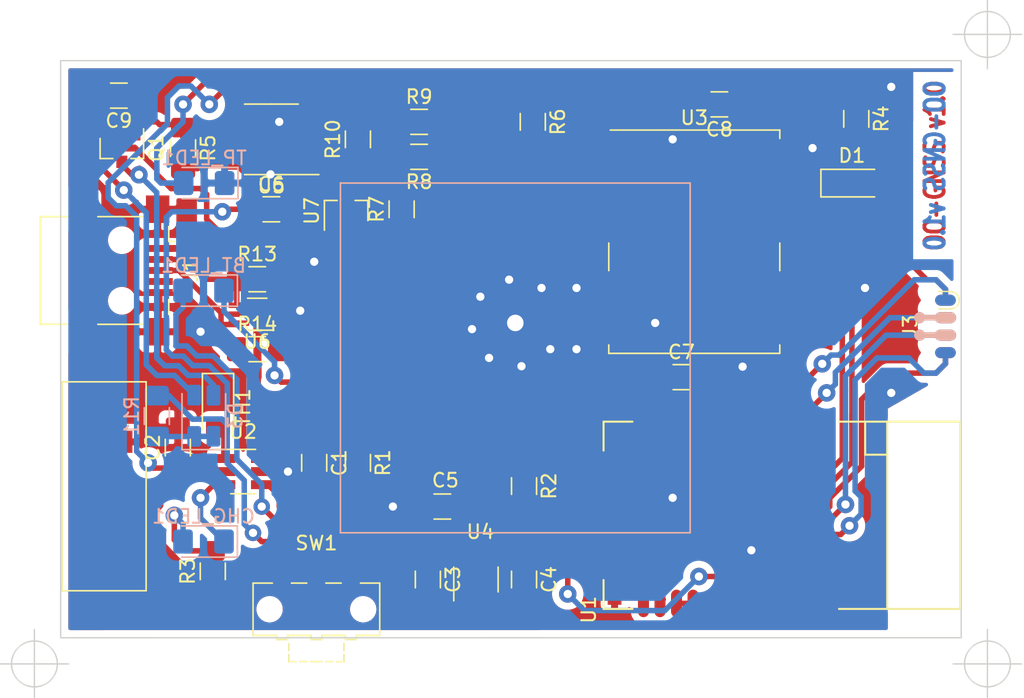
<source format=kicad_pcb>
(kicad_pcb (version 20171130) (host pcbnew 5.1.5-5.1.5)
  (layers (0 F.Cu signal) (31 B.Cu signal) (34 B.Paste user) (35 F.Paste user) (36 B.SilkS user) (37 F.SilkS user) (38 B.Mask user) (39 F.Mask user) (44 Edge.Cuts user))
  (net 0 "")
  (net 1 "Net-(AE1-Pad1)")
  (net 2 +3V3)
  (net 3 "Net-(BT_LED1-Pad1)")
  (net 4 GND)
  (net 5 "Net-(CHG_LED1-Pad2)")
  (net 6 "Net-(CHG_LED1-Pad1)")
  (net 7 "Net-(D1-Pad1)")
  (net 8 "Net-(R1-Pad2)")
  (net 9 "Net-(R2-Pad2)")
  (net 10 "Net-(R6-Pad2)")
  (net 11 "Net-(R6-Pad1)")
  (net 12 "Net-(R7-Pad2)")
  (net 13 "Net-(R8-Pad2)")
  (net 14 "Net-(TH1-Pad2)")
  (net 15 "Net-(U1-Pad21)")
  (net 16 "Net-(U1-Pad20)")
  (net 17 "Net-(U1-Pad18)")
  (net 18 "Net-(U1-Pad17)")
  (net 19 "Net-(U1-Pad15)")
  (net 20 "Net-(U1-Pad14)")
  (net 21 "Net-(U1-Pad13)")
  (net 22 "Net-(U1-Pad30)")
  (net 23 "Net-(U1-Pad31)")
  (net 24 "Net-(U1-Pad32)")
  (net 25 "Net-(U1-Pad33)")
  (net 26 "Net-(U1-Pad34)")
  (net 27 "Net-(U1-Pad35)")
  (net 28 "Net-(U1-Pad10)")
  (net 29 "Net-(U1-Pad9)")
  (net 30 "Net-(U1-Pad8)")
  (net 31 "Net-(U1-Pad7)")
  (net 32 "Net-(U1-Pad5)")
  (net 33 "Net-(U1-Pad4)")
  (net 34 "Net-(U1-Pad3)")
  (net 35 "Net-(U3-Pad19)")
  (net 36 "Net-(U3-Pad18)")
  (net 37 "Net-(U3-Pad17)")
  (net 38 "Net-(U3-Pad16)")
  (net 39 "Net-(U3-Pad15)")
  (net 40 "Net-(U3-Pad14)")
  (net 41 "Net-(U3-Pad9)")
  (net 42 "Net-(U3-Pad8)")
  (net 43 "Net-(U3-Pad4)")
  (net 44 "Net-(U3-Pad2)")
  (net 45 "Net-(U3-Pad1)")
  (net 46 "Net-(J1-Pad4)")
  (net 47 /PowerInput)
  (net 48 /USB_D+)
  (net 49 /USB_D-)
  (net 50 /BatteryPower)
  (net 51 /RN42_FACT_DEF)
  (net 52 /FromSwitch)
  (net 53 "Net-(C4-Pad1)")
  (net 54 /RN42_MISO)
  (net 55 /RN42_MOSI)
  (net 56 "Net-(J4-Pad2)")
  (net 57 /RN42_CS)
  (net 58 /RN42_CLK)
  (net 59 /D+)
  (net 60 /D-)
  (net 61 "Net-(Q1-Pad2)")
  (net 62 "Net-(U6-Pad3)")
  (net 63 "Net-(U6-Pad1)")
  (net 64 "Net-(D3-Pad2)")
  (net 65 "Net-(D3-Pad1)")
  (net 66 "Net-(R10-Pad1)")
  (net 67 "Net-(C9-Pad1)")
  (module compact-design-neo:SOIC_clipProgSmall (layer F.Cu) (at 183.757 80.899 90)
    (fp_text reference J3 (at 0 -3.302 90) (layer F.SilkS))
    (fp_text value SOICbite)
    (pad 2 smd custom (at 0.635 -2.625 90) (size 0.8 0.8) (layers F.Cu F.Mask) (net 4 GND) (clearance 0.05) (options (clearance outline) (anchor circle)) (primitives (gr_line (start 0 0) (end 0 2.25) (width 0.4)) (gr_arc (start 0 2.25) (end -0.2 2.25) (angle -180) (width 0.4)) (gr_arc (start 0 1.5) (end -0.2 1.5) (angle 180) (width 0.4)) (gr_poly (pts (xy -0.2 2.25) (xy -0.2 1.5) (xy 0.2 1.5) (xy 0.2 2.25)) (width 0.4))))
    (pad 7 smd custom (at 0.635 -2.625 90) (size 0.8 0.8) (layers B.Cu B.SilkS B.Mask) (net 55 /RN42_MOSI) (clearance 0.05) (options (clearance outline) (anchor circle)) (primitives (gr_line (start 0 0) (end 0 2.25) (width 0.4)) (gr_arc (start 0 2.25) (end -0.2 2.25) (angle -180) (width 0.4)) (gr_arc (start 0 1.5) (end -0.2 1.5) (angle 180) (width 0.4)) (gr_poly (pts (xy -0.2 2.25) (xy -0.2 1.5) (xy 0.2 1.5) (xy 0.2 2.25)) (width 0.4))))
    (pad 6 smd custom (at -0.635 -2.625 90) (size 0.8 0.8) (layers B.Cu B.SilkS B.Mask) (net 57 /RN42_CS) (clearance 0.05) (options (clearance outline) (anchor circle)) (primitives (gr_line (start 0 0) (end 0 2.25) (width 0.4)) (gr_arc (start 0 2.25) (end -0.2 2.25) (angle -180) (width 0.4)) (gr_arc (start 0 1.5) (end -0.2 1.5) (angle 180) (width 0.4)) (gr_poly (pts (xy -0.2 2.25) (xy -0.2 1.5) (xy 0.2 1.5) (xy 0.2 2.25)) (width 0.4))))
    (pad "" np_thru_hole circle (at 2.54 -1.905 90) (size 0.7 0.7) (drill 0.7) (layers *.Cu *.Mask) (clearance 0.01))
    (pad "" np_thru_hole circle (at 1.27 -1.905 90) (size 0.7 0.7) (drill 0.7) (layers *.Cu *.Mask) (clearance 0.01))
    (pad "" np_thru_hole circle (at 0 -1.905 90) (size 0.7 0.7) (drill 0.7) (layers *.Cu *.Mask) (clearance 0.01))
    (pad "" np_thru_hole circle (at -1.27 -1.905 90) (size 0.7 0.7) (drill 0.7) (layers *.Cu *.Mask) (clearance 0.01))
    (pad "" np_thru_hole circle (at -2.54 -1.905 90) (size 0.7 0.7) (drill 0.7) (layers *.Cu *.Mask) (clearance 0.01))
    (pad 8 smd oval (at 1.905 -0.75 90) (size 0.8 1.5) (layers B.Cu B.Mask) (net 58 /RN42_CLK) (clearance 0.25))
    (pad 1 smd oval (at 1.905 -0.75 90) (size 0.8 1.5) (layers F.Cu F.Mask) (net 2 +3V3) (clearance 0.25))
    (pad 3 smd custom (at -0.635 -2.625 90) (size 0.8 0.8) (layers F.Cu F.Mask) (net 4 GND) (clearance 0.05) (options (clearance outline) (anchor circle)) (primitives (gr_line (start 0 0) (end 0 2.25) (width 0.4)) (gr_arc (start 0 2.25) (end -0.2 2.25) (angle -180) (width 0.4)) (gr_arc (start 0 1.5) (end -0.2 1.5) (angle 180) (width 0.4)) (gr_poly (pts (xy -0.2 2.25) (xy -0.2 1.5) (xy 0.2 1.5) (xy 0.2 2.25)) (width 0.4))))
    (pad 4 smd oval (at -1.905 -0.75 90) (size 0.8 1.5) (layers F.Cu F.Mask) (net 51 /RN42_FACT_DEF) (clearance 0.25))
    (pad 5 smd oval (at -1.905 -0.75 90) (size 0.8 1.5) (layers B.Cu B.Mask) (net 54 /RN42_MISO) (clearance 0.25))
  )
  (module RF_Module:RN42 (layer F.Cu) (at 168.275 94.615 270)
    (fp_text reference U1 (at 6.858 11.176 90) (layer F.SilkS))
    (fp_text value RN42)
    (pad 36 smd rect (at -5.6 -9.7 270) (size 1.8 1) (layers F.Cu F.Paste F.Mask) (net 4 GND))
    (pad 36 smd rect (at 5.6 -9.7 270) (size 1.8 1) (layers F.Cu F.Paste F.Mask) (net 4 GND))
    (pad 36 smd rect (at 5.6 9.3 270) (size 1.8 1) (layers F.Cu F.Paste F.Mask) (net 4 GND) (clearance 0.2))
    (pad 36 smd rect (at -5.6 9.3 270) (size 1.8 1) (layers F.Cu F.Paste F.Mask) (net 4 GND) (clearance 0.2))
    (pad 24 smd oval (at 6.4 -6 270) (size 2 0.8) (layers F.Cu F.Paste F.Mask) (net 54 /RN42_MISO))
    (pad 23 smd oval (at 6.4 -4.8 270) (size 2 0.8) (layers F.Cu F.Paste F.Mask) (net 57 /RN42_CS))
    (pad 22 smd oval (at 6.4 -3.6 270) (size 2 0.8) (layers F.Cu F.Paste F.Mask) (net 51 /RN42_FACT_DEF))
    (pad 21 smd oval (at 6.4 -2.4 270) (size 2 0.8) (layers F.Cu F.Paste F.Mask) (net 15 "Net-(U1-Pad21)"))
    (pad 20 smd oval (at 6.4 -1.2 270) (size 2 0.8) (layers F.Cu F.Paste F.Mask) (net 16 "Net-(U1-Pad20)"))
    (pad 19 smd oval (at 6.4 0 270) (size 2 0.8) (layers F.Cu F.Paste F.Mask) (net 9 "Net-(R2-Pad2)"))
    (pad 18 smd oval (at 6.4 1.2 270) (size 2 0.8) (layers F.Cu F.Paste F.Mask) (net 17 "Net-(U1-Pad18)"))
    (pad 17 smd oval (at 6.4 2.4 270) (size 2 0.8) (layers F.Cu F.Paste F.Mask) (net 18 "Net-(U1-Pad17)"))
    (pad 16 smd oval (at 6.4 3.6 270) (size 2 0.8) (layers F.Cu F.Paste F.Mask) (net 19 "Net-(U1-Pad15)"))
    (pad 15 smd oval (at 6.4 4.8 270) (size 2 0.8) (layers F.Cu F.Paste F.Mask) (net 19 "Net-(U1-Pad15)"))
    (pad 14 smd oval (at 6.4 6 270) (size 2 0.8) (layers F.Cu F.Paste F.Mask) (net 20 "Net-(U1-Pad14)"))
    (pad 13 smd oval (at 6.4 7.2 270) (size 2 0.8) (layers F.Cu F.Paste F.Mask) (net 21 "Net-(U1-Pad13)"))
    (pad 30 smd oval (at 4.1 9.7) (size 2 0.8) (layers F.Cu F.Paste F.Mask) (net 22 "Net-(U1-Pad30)") (clearance 0.15))
    (pad 28 smd oval (at 3.1 9.7) (size 2 0.8) (layers F.Cu F.Paste F.Mask) (net 4 GND) (clearance 0.15))
    (pad 31 smd oval (at 1.8 9.7) (size 2 0.8) (layers F.Cu F.Paste F.Mask) (net 23 "Net-(U1-Pad31)"))
    (pad 32 smd oval (at 0.6 9.7) (size 2 0.8) (layers F.Cu F.Paste F.Mask) (net 24 "Net-(U1-Pad32)"))
    (pad 33 smd oval (at -0.6 9.7) (size 2 0.8) (layers F.Cu F.Paste F.Mask) (net 25 "Net-(U1-Pad33)"))
    (pad 34 smd oval (at -1.8 9.7) (size 2 0.8) (layers F.Cu F.Paste F.Mask) (net 26 "Net-(U1-Pad34)"))
    (pad 29 smd oval (at -3.1 9.7) (size 2 0.8) (layers F.Cu F.Paste F.Mask) (net 4 GND) (clearance 0.15))
    (pad 35 smd oval (at -4.1 9.7) (size 2 0.8) (layers F.Cu F.Paste F.Mask) (net 27 "Net-(U1-Pad35)") (clearance 0.15))
    (pad 12 smd oval (at -6.4 7.2 270) (size 2 0.8) (layers F.Cu F.Paste F.Mask) (net 4 GND))
    (pad 11 smd oval (at -6.4 6 270) (size 2 0.8) (layers F.Cu F.Paste F.Mask) (net 2 +3V3))
    (pad 10 smd oval (at -6.4 4.8 270) (size 2 0.8) (layers F.Cu F.Paste F.Mask) (net 28 "Net-(U1-Pad10)"))
    (pad 9 smd oval (at -6.4 3.6 270) (size 2 0.8) (layers F.Cu F.Paste F.Mask) (net 29 "Net-(U1-Pad9)"))
    (pad 8 smd oval (at -6.4 2.4 270) (size 2 0.8) (layers F.Cu F.Paste F.Mask) (net 30 "Net-(U1-Pad8)"))
    (pad 7 smd oval (at -6.4 1.2 270) (size 2 0.8) (layers F.Cu F.Paste F.Mask) (net 31 "Net-(U1-Pad7)"))
    (pad 6 smd oval (at -6.4 0 270) (size 2 0.8) (layers F.Cu F.Paste F.Mask) (net 58 /RN42_CLK))
    (pad 5 smd oval (at -6.4 -1.2 270) (size 2 0.8) (layers F.Cu F.Paste F.Mask) (net 32 "Net-(U1-Pad5)"))
    (pad 4 smd oval (at -6.4 -2.4 270) (size 2 0.8) (layers F.Cu F.Paste F.Mask) (net 33 "Net-(U1-Pad4)"))
    (pad 3 smd oval (at -6.4 -3.6 270) (size 2 0.8) (layers F.Cu F.Paste F.Mask) (net 34 "Net-(U1-Pad3)"))
    (pad 2 smd oval (at -6.4 -4.8 270) (size 2 0.8) (layers F.Cu F.Paste F.Mask) (net 55 /RN42_MOSI))
    (pad 1 smd oval (at -6.4 -6 270) (size 2 0.8) (layers F.Cu F.Paste F.Mask) (net 4 GND))
  )
  (module Resistor_SMD:R_1206_3216Metric_Pad1.42x1.75mm_HandSolder (layer F.Cu) (at 127.635 67.945 270)
    (fp_text reference R5 (at 0 -1.82 90) (layer F.SilkS))
    (fp_text value 100k)
    (pad 2 smd roundrect (at 1.4875 0 270) (size 1.425 1.75) (layers F.Cu F.Paste F.Mask) (roundrect_rratio 0.175439) (net 52 /FromSwitch))
    (pad 1 smd roundrect (at -1.4875 0 270) (size 1.425 1.75) (layers F.Cu F.Paste F.Mask) (roundrect_rratio 0.175439) (net 67 "Net-(C9-Pad1)"))
  )
  (module Capacitor_SMD:C_1206_3216Metric_Pad1.42x1.75mm_HandSolder (layer F.Cu) (at 122.9725 64.135 180)
    (fp_text reference C9 (at 0 -1.82) (layer F.SilkS))
    (fp_text value 100nF)
    (pad 2 smd roundrect (at 1.4875 0 180) (size 1.425 1.75) (layers F.Cu F.Paste F.Mask) (roundrect_rratio 0.175439) (net 4 GND))
    (pad 1 smd roundrect (at -1.4875 0 180) (size 1.425 1.75) (layers F.Cu F.Paste F.Mask) (roundrect_rratio 0.175439) (net 67 "Net-(C9-Pad1)"))
  )
  (module compact-design-neo:connector-TE_1981061-1 (layer F.Cu) (at 121.92 92.5 90)
    (fp_text reference J4 hide)
    (fp_text value "TE  1981061-1" hide)
    (pad 3 smd rect (at 5.715 -0.635 90) (size 1.8 2.5) (layers F.Cu F.Paste F.Mask) (net 4 GND))
    (pad 3 smd rect (at -5.715 -0.635 90) (size 1.8 2.5) (layers F.Cu F.Paste F.Mask) (net 4 GND))
    (pad 3 smd rect (at 3.21818 1.03886 90) (size 1.6 2) (layers F.Cu F.Paste F.Mask) (net 4 GND))
    (pad 2 smd rect (at 0.00508 1.03886 90) (size 1.6 2) (layers F.Cu F.Paste F.Mask) (net 56 "Net-(J4-Pad2)"))
    (pad 1 smd rect (at -3.19024 1.03886 90) (size 1.6 2) (layers F.Cu F.Paste F.Mask) (net 50 /BatteryPower))
  )
  (module RF_GPS:ublox_NEO (layer F.Cu) (at 164.765 74.745)
    (fp_text reference U3 (at 0 -9) (layer F.SilkS))
    (fp_text value NEO-M8N)
    (pad 24 smd rect (at 6 -7) (size 1.8 0.8) (layers F.Cu F.Paste F.Mask) (net 4 GND))
    (pad 23 connect rect (at 6 -5.9) (size 1.8 0.8) (layers F.Cu F.Mask) (net 2 +3V3))
    (pad 22 smd rect (at 6 -4.8) (size 1.8 0.8) (layers F.Cu F.Paste F.Mask) (net 7 "Net-(D1-Pad1)"))
    (pad 21 smd rect (at 6 -3.7) (size 1.8 0.8) (layers F.Cu F.Paste F.Mask) (net 20 "Net-(U1-Pad14)"))
    (pad 20 smd rect (at 6 -2.6) (size 1.8 0.8) (layers F.Cu F.Paste F.Mask) (net 21 "Net-(U1-Pad13)"))
    (pad 19 smd rect (at 6 -1.5) (size 1.8 0.8) (layers F.Cu F.Paste F.Mask) (net 35 "Net-(U3-Pad19)"))
    (pad 18 smd rect (at 6 -0.4) (size 1.8 0.8) (layers F.Cu F.Paste F.Mask) (net 36 "Net-(U3-Pad18)"))
    (pad 17 smd rect (at 6 2.6) (size 1.8 0.8) (layers F.Cu F.Paste F.Mask) (net 37 "Net-(U3-Pad17)"))
    (pad 16 smd rect (at 6 3.7) (size 1.8 0.8) (layers F.Cu F.Paste F.Mask) (net 38 "Net-(U3-Pad16)"))
    (pad 15 smd rect (at 6 4.8) (size 1.8 0.8) (layers F.Cu F.Paste F.Mask) (net 39 "Net-(U3-Pad15)"))
    (pad 14 smd rect (at 6 5.9) (size 1.8 0.8) (layers F.Cu F.Paste F.Mask) (net 40 "Net-(U3-Pad14)"))
    (pad 13 smd rect (at 6 7) (size 1.8 0.8) (layers F.Cu F.Paste F.Mask) (net 4 GND))
    (pad 12 smd rect (at -6 7) (size 1.8 0.8) (layers F.Cu F.Paste F.Mask) (net 4 GND))
    (pad 11 smd rect (at -6 5.9) (size 1.8 0.8) (layers F.Cu F.Paste F.Mask) (net 1 "Net-(AE1-Pad1)"))
    (pad 10 smd rect (at -6 4.8) (size 1.8 0.8) (layers F.Cu F.Paste F.Mask) (net 4 GND))
    (pad 9 smd rect (at -6 3.7) (size 1.8 0.8) (layers F.Cu F.Paste F.Mask) (net 41 "Net-(U3-Pad9)"))
    (pad 8 smd rect (at -6 2.6) (size 1.8 0.8) (layers F.Cu F.Paste F.Mask) (net 42 "Net-(U3-Pad8)"))
    (pad 7 smd rect (at -6 -0.4) (size 1.8 0.8) (layers F.Cu F.Paste F.Mask) (net 2 +3V3))
    (pad 6 smd rect (at -6 -1.5) (size 1.8 0.8) (layers F.Cu F.Paste F.Mask) (net 48 /USB_D+))
    (pad 5 smd rect (at -6 -2.6) (size 1.8 0.8) (layers F.Cu F.Paste F.Mask) (net 49 /USB_D-))
    (pad 4 smd rect (at -6 -3.7) (size 1.8 0.8) (layers F.Cu F.Paste F.Mask) (net 43 "Net-(U3-Pad4)"))
    (pad 3 smd rect (at -6 -4.8) (size 1.8 0.8) (layers F.Cu F.Paste F.Mask) (net 10 "Net-(R6-Pad2)"))
    (pad 2 smd rect (at -6 -5.9) (size 1.8 0.8) (layers F.Cu F.Paste F.Mask) (net 44 "Net-(U3-Pad2)"))
    (pad 1 smd rect (at -6 -7) (size 1.8 0.8) (layers F.Cu F.Paste F.Mask) (net 45 "Net-(U3-Pad1)"))
  )
  (module compact-design-neo:gnss-patch-25x25 (layer B.Cu) (at 151.765 83.185)
    (fp_text reference AE1 hide)
    (fp_text value "Taoglas CGPP.25.4.E.02" hide)
    (pad 1 thru_hole circle (at 0 -2.54) (size 2.5 2.5) (drill 1.2) (layers *.Mask F.Cu) (net 1 "Net-(AE1-Pad1)") (clearance 1))
  )
  (module LED_SMD:LED_1206_3216Metric_Pad1.42x1.75mm_HandSolder (layer B.Cu) (at 129.1665 70.485 180)
    (fp_text reference TP_LED1 (at 0 1.82) (layer B.SilkS) (effects (justify mirror)))
    (fp_text value LED)
    (pad 2 smd roundrect (at 1.4875 0 180) (size 1.425 1.75) (layers B.Cu B.Paste B.Mask) (roundrect_rratio 0.175439) (net 11 "Net-(R6-Pad1)"))
    (pad 1 smd roundrect (at -1.4875 0 180) (size 1.425 1.75) (layers B.Cu B.Paste B.Mask) (roundrect_rratio 0.175439) (net 4 GND))
  )
  (module Resistor_SMD:R_1206_3216Metric_Pad1.42x1.75mm_HandSolder (layer F.Cu) (at 133.0225 82.55)
    (fp_text reference R14 (at 0 -1.82) (layer F.SilkS))
    (fp_text value 27)
    (pad 2 smd roundrect (at 1.4875 0) (size 1.425 1.75) (layers F.Cu F.Paste F.Mask) (roundrect_rratio 0.175439) (net 48 /USB_D+))
    (pad 1 smd roundrect (at -1.4875 0) (size 1.425 1.75) (layers F.Cu F.Paste F.Mask) (roundrect_rratio 0.175439) (net 59 /D+))
  )
  (module Package_TO_SOT_SMD:SOT-363_SC-70-6_Handsoldering (layer F.Cu) (at 133.0225 80.01 180)
    (fp_text reference U6 (at 0 -2) (layer F.SilkS))
    (fp_text value TPD4E001DCKR)
    (pad 6 smd rect (at 1.33 -0.65 180) (size 1.5 0.4) (layers F.Cu F.Paste F.Mask) (net 59 /D+))
    (pad 5 smd rect (at 1.33 0 180) (size 1.5 0.4) (layers F.Cu F.Paste F.Mask) (net 47 /PowerInput))
    (pad 4 smd rect (at 1.33 0.65 180) (size 1.5 0.4) (layers F.Cu F.Paste F.Mask) (net 60 /D-))
    (pad 3 smd rect (at -1.33 0.65 180) (size 1.5 0.4) (layers F.Cu F.Paste F.Mask) (net 62 "Net-(U6-Pad3)"))
    (pad 2 smd rect (at -1.33 0 180) (size 1.5 0.4) (layers F.Cu F.Paste F.Mask) (net 4 GND))
    (pad 1 smd rect (at -1.33 -0.65 180) (size 1.5 0.4) (layers F.Cu F.Paste F.Mask) (net 63 "Net-(U6-Pad1)"))
  )
  (module Resistor_SMD:R_1206_3216Metric_Pad1.42x1.75mm_HandSolder (layer B.Cu) (at 125.73 87.4075 270)
    (fp_text reference R11 (at 0 1.82 90) (layer B.SilkS) (effects (justify mirror)))
    (fp_text value 100)
    (pad 2 smd roundrect (at 1.4875 0 270) (size 1.425 1.75) (layers B.Cu B.Paste B.Mask) (roundrect_rratio 0.175439) (net 65 "Net-(D3-Pad1)"))
    (pad 1 smd roundrect (at -1.4875 0 270) (size 1.425 1.75) (layers B.Cu B.Paste B.Mask) (roundrect_rratio 0.175439) (net 52 /FromSwitch))
  )
  (module Resistor_SMD:R_1206_3216Metric_Pad1.42x1.75mm_HandSolder (layer F.Cu) (at 144.78 66.04)
    (fp_text reference R9 (at 0 -1.82) (layer F.SilkS))
    (fp_text value 15k)
    (pad 1 smd roundrect (at -1.4875 0) (size 1.425 1.75) (layers F.Cu F.Paste F.Mask) (roundrect_rratio 0.175439) (net 13 "Net-(R8-Pad2)"))
    (pad 2 smd roundrect (at 1.4875 0) (size 1.425 1.75) (layers F.Cu F.Paste F.Mask) (roundrect_rratio 0.175439) (net 4 GND))
  )
  (module Package_TO_SOT_SMD:SOT-23 (layer F.Cu) (at 123.19 67.945 270)
    (fp_text reference Q1 (at 0 -2.5 90) (layer F.SilkS))
    (fp_text value BSS138)
    (pad 3 smd rect (at 1 0 270) (size 0.9 0.8) (layers F.Cu F.Paste F.Mask) (net 64 "Net-(D3-Pad2)"))
    (pad 2 smd rect (at -1 0.95 270) (size 0.9 0.8) (layers F.Cu F.Paste F.Mask) (net 61 "Net-(Q1-Pad2)"))
    (pad 1 smd rect (at -1 -0.95 270) (size 0.9 0.8) (layers F.Cu F.Paste F.Mask) (net 67 "Net-(C9-Pad1)"))
  )
  (module compact-design-neo:LED_DUAL_1210_3225Metric_Pad1x1.5mm_HandSolder (layer B.Cu) (at 129.144 87.385 90)
    (fp_text reference D3 (at 0 2.28 90) (layer B.SilkS) (effects (justify mirror)))
    (fp_text value HSMF-C15A)
    (pad 4 smd roundrect (at 1.5 -0.7 90) (size 1.5 1) (layers B.Cu B.Paste B.Mask) (roundrect_rratio 0.175) (net 67 "Net-(C9-Pad1)"))
    (pad 3 smd roundrect (at -1.5 -0.7 90) (size 1.5 1) (layers B.Cu B.Paste B.Mask) (roundrect_rratio 0.175) (net 65 "Net-(D3-Pad1)"))
    (pad 2 smd roundrect (at 1.4875 0.7 90) (size 1.5 1) (layers B.Cu B.Paste B.Mask) (roundrect_rratio 0.175) (net 64 "Net-(D3-Pad2)"))
    (pad 1 smd roundrect (at -1.4875 0.7 90) (size 1.5 1) (layers B.Cu B.Paste B.Mask) (roundrect_rratio 0.175) (net 65 "Net-(D3-Pad1)"))
  )
  (module Resistor_SMD:R_1206_3216Metric_Pad1.42x1.75mm_HandSolder (layer F.Cu) (at 144.78 68.58 180)
    (fp_text reference R8 (at 0 -1.82) (layer F.SilkS))
    (fp_text value 2k4)
    (pad 2 smd roundrect (at 1.4875 0 180) (size 1.425 1.75) (layers F.Cu F.Paste F.Mask) (roundrect_rratio 0.175439) (net 13 "Net-(R8-Pad2)"))
    (pad 1 smd roundrect (at -1.4875 0 180) (size 1.425 1.75) (layers F.Cu F.Paste F.Mask) (roundrect_rratio 0.175439) (net 12 "Net-(R7-Pad2)"))
  )
  (module Resistor_SMD:R_1206_3216Metric_Pad1.42x1.75mm_HandSolder (layer F.Cu) (at 143.51 72.39 90)
    (fp_text reference R7 (at 0 -1.82 90) (layer F.SilkS))
    (fp_text value 39k)
    (pad 2 smd roundrect (at 1.4875 0 90) (size 1.425 1.75) (layers F.Cu F.Paste F.Mask) (roundrect_rratio 0.175439) (net 12 "Net-(R7-Pad2)"))
    (pad 1 smd roundrect (at -1.4875 0 90) (size 1.425 1.75) (layers F.Cu F.Paste F.Mask) (roundrect_rratio 0.175439) (net 52 /FromSwitch))
  )
  (module Package_TO_SOT_SMD:SOT-23 (layer F.Cu) (at 139.48 72.51 90)
    (fp_text reference U7 (at 0 -2.5 90) (layer F.SilkS))
    (fp_text value TL431AIDBZ)
    (pad 3 smd rect (at 1 0 90) (size 0.9 0.8) (layers F.Cu F.Paste F.Mask) (net 66 "Net-(R10-Pad1)"))
    (pad 2 smd rect (at -1 0.95 90) (size 0.9 0.8) (layers F.Cu F.Paste F.Mask) (net 52 /FromSwitch))
    (pad 1 smd rect (at -1 -0.95 90) (size 0.9 0.8) (layers F.Cu F.Paste F.Mask) (net 52 /FromSwitch))
  )
  (module Package_SO:SOIC-8_3.9x4.9mm_P1.27mm (layer F.Cu) (at 134.05 67.31 180)
    (fp_text reference U5 (at 0 -3.4) (layer F.SilkS))
    (fp_text value LM293)
    (pad 8 smd roundrect (at 2.475 -1.905 180) (size 1.95 0.6) (layers F.Cu F.Paste F.Mask) (net 52 /FromSwitch))
    (pad 7 smd roundrect (at 2.475 -0.635 180) (size 1.95 0.6) (layers F.Cu F.Paste F.Mask) (net 67 "Net-(C9-Pad1)"))
    (pad 6 smd roundrect (at 2.475 0.635 180) (size 1.95 0.6) (layers F.Cu F.Paste F.Mask) (net 66 "Net-(R10-Pad1)"))
    (pad 5 smd roundrect (at 2.475 1.905 180) (size 1.95 0.6) (layers F.Cu F.Paste F.Mask) (net 13 "Net-(R8-Pad2)"))
    (pad 4 smd roundrect (at -2.475 1.905 180) (size 1.95 0.6) (layers F.Cu F.Paste F.Mask) (net 4 GND))
    (pad 3 smd roundrect (at -2.475 0.635 180) (size 1.95 0.6) (layers F.Cu F.Paste F.Mask) (net 12 "Net-(R7-Pad2)"))
    (pad 2 smd roundrect (at -2.475 -0.635 180) (size 1.95 0.6) (layers F.Cu F.Paste F.Mask) (net 66 "Net-(R10-Pad1)"))
    (pad 1 smd roundrect (at -2.475 -1.905 180) (size 1.95 0.6) (layers F.Cu F.Paste F.Mask) (net 61 "Net-(Q1-Pad2)"))
  )
  (module Package_TO_SOT_SMD:SOT-23-5_HandSoldering (layer F.Cu) (at 148.9075 99.2775 90)
    (fp_text reference U4 (at 3.4625 0.3175 180) (layer F.SilkS))
    (fp_text value LP2985-3.3)
    (pad 1 smd rect (at -1.35 -0.95 90) (size 1.56 0.65) (layers F.Cu F.Paste F.Mask) (net 52 /FromSwitch))
    (pad 2 smd rect (at -1.35 0 90) (size 1.56 0.65) (layers F.Cu F.Paste F.Mask) (net 4 GND))
    (pad 3 smd rect (at -1.35 0.95 90) (size 1.56 0.65) (layers F.Cu F.Paste F.Mask) (net 52 /FromSwitch))
    (pad 4 smd rect (at 1.35 0.95 90) (size 1.56 0.65) (layers F.Cu F.Paste F.Mask) (net 53 "Net-(C4-Pad1)"))
    (pad 5 smd rect (at 1.35 -0.95 90) (size 1.56 0.65) (layers F.Cu F.Paste F.Mask) (net 2 +3V3))
  )
  (module Button_Switch_SMD:SW_SPDT_CK-JS102011SAQN (layer F.Cu) (at 137.32 101.44)
    (fp_text reference SW1 (at 0 -4.8) (layer F.SilkS))
    (fp_text value JS102011SAQN)
    (pad "" np_thru_hole circle (at 3.4 0) (size 0.9 0.9) (drill 0.9) (layers *.Cu *.Mask))
    (pad "" np_thru_hole circle (at -3.4 0) (size 0.9 0.9) (drill 0.9) (layers *.Cu *.Mask))
    (pad 3 smd rect (at 2.5 -2.75) (size 1.25 2.5) (layers F.Cu F.Paste F.Mask))
    (pad 2 smd rect (at 0 -2.75) (size 1.25 2.5) (layers F.Cu F.Paste F.Mask) (net 52 /FromSwitch))
    (pad 1 smd rect (at -2.5 -2.75) (size 1.25 2.5) (layers F.Cu F.Paste F.Mask) (net 50 /BatteryPower))
  )
  (module Resistor_SMD:R_1206_3216Metric_Pad1.42x1.75mm_HandSolder (layer F.Cu) (at 152.4 92.4925 270)
    (fp_text reference R2 (at 0 -1.82 90) (layer F.SilkS))
    (fp_text value 1k)
    (pad 2 smd roundrect (at 1.4875 0 270) (size 1.425 1.75) (layers F.Cu F.Paste F.Mask) (roundrect_rratio 0.175439) (net 9 "Net-(R2-Pad2)"))
    (pad 1 smd roundrect (at -1.4875 0 270) (size 1.425 1.75) (layers F.Cu F.Paste F.Mask) (roundrect_rratio 0.175439) (net 3 "Net-(BT_LED1-Pad1)"))
  )
  (module Resistor_SMD:R_1206_3216Metric_Pad1.42x1.75mm_HandSolder (layer F.Cu) (at 153.035 66.04 270)
    (fp_text reference R6 (at 0 -1.82 90) (layer F.SilkS))
    (fp_text value 1k)
    (pad 2 smd roundrect (at 1.4875 0 270) (size 1.425 1.75) (layers F.Cu F.Paste F.Mask) (roundrect_rratio 0.175439) (net 10 "Net-(R6-Pad2)"))
    (pad 1 smd roundrect (at -1.4875 0 270) (size 1.425 1.75) (layers F.Cu F.Paste F.Mask) (roundrect_rratio 0.175439) (net 11 "Net-(R6-Pad1)"))
  )
  (module Diode_SMD:D_SOD-123 (layer F.Cu) (at 176.2125 70.49)
    (fp_text reference D1 (at 0 -2) (layer F.SilkS))
    (fp_text value 3V3)
    (pad 2 smd rect (at 1.65 0) (size 0.9 1.2) (layers F.Cu F.Paste F.Mask) (net 4 GND))
    (pad 1 smd rect (at -1.65 0) (size 0.9 1.2) (layers F.Cu F.Paste F.Mask) (net 7 "Net-(D1-Pad1)"))
  )
  (module Resistor_SMD:R_1206_3216Metric_Pad1.42x1.75mm_HandSolder (layer F.Cu) (at 176.53 65.8225 270)
    (fp_text reference R4 (at 0 -1.82 90) (layer F.SilkS))
    (fp_text value 64k)
    (pad 2 smd roundrect (at 1.4875 0 270) (size 1.425 1.75) (layers F.Cu F.Paste F.Mask) (roundrect_rratio 0.175439) (net 7 "Net-(D1-Pad1)"))
    (pad 1 smd roundrect (at -1.4875 0 270) (size 1.425 1.75) (layers F.Cu F.Paste F.Mask) (roundrect_rratio 0.175439) (net 50 /BatteryPower))
  )
  (module Resistor_SMD:R_1206_3216Metric_Pad1.42x1.75mm_HandSolder (layer F.Cu) (at 133.0225 77.47)
    (fp_text reference R13 (at 0 -1.82) (layer F.SilkS))
    (fp_text value 27)
    (pad 2 smd roundrect (at 1.4875 0) (size 1.425 1.75) (layers F.Cu F.Paste F.Mask) (roundrect_rratio 0.175439) (net 49 /USB_D-))
    (pad 1 smd roundrect (at -1.4875 0) (size 1.425 1.75) (layers F.Cu F.Paste F.Mask) (roundrect_rratio 0.175439) (net 60 /D-))
  )
  (module Resistor_SMD:R_1206_3216Metric_Pad1.42x1.75mm_HandSolder (layer F.Cu) (at 140.335 67.31 90)
    (fp_text reference R10 (at 0 -1.82 90) (layer F.SilkS))
    (fp_text value 560)
    (pad 1 smd roundrect (at -1.4875 0 90) (size 1.425 1.75) (layers F.Cu F.Paste F.Mask) (roundrect_rratio 0.175439) (net 66 "Net-(R10-Pad1)"))
    (pad 2 smd roundrect (at 1.4875 0 90) (size 1.425 1.75) (layers F.Cu F.Paste F.Mask) (roundrect_rratio 0.175439) (net 4 GND))
  )
  (module Resistor_SMD:R_1206_3216Metric_Pad1.42x1.75mm_HandSolder (layer F.Cu) (at 129.794 98.684 90)
    (fp_text reference R3 (at 0 -1.82 90) (layer F.SilkS))
    (fp_text value 1k5)
    (pad 2 smd roundrect (at 1.4875 0 90) (size 1.425 1.75) (layers F.Cu F.Paste F.Mask) (roundrect_rratio 0.175439) (net 5 "Net-(CHG_LED1-Pad2)"))
    (pad 1 smd roundrect (at -1.4875 0 90) (size 1.425 1.75) (layers F.Cu F.Paste F.Mask) (roundrect_rratio 0.175439) (net 50 /BatteryPower))
  )
  (module Resistor_SMD:R_1206_3216Metric_Pad1.42x1.75mm_HandSolder (layer F.Cu) (at 140.335 90.805 270)
    (fp_text reference R1 (at 0 -1.82 90) (layer F.SilkS))
    (fp_text value 1k2)
    (pad 2 smd roundrect (at 1.4875 0 270) (size 1.425 1.75) (layers F.Cu F.Paste F.Mask) (roundrect_rratio 0.175439) (net 8 "Net-(R1-Pad2)"))
    (pad 1 smd roundrect (at -1.4875 0 270) (size 1.425 1.75) (layers F.Cu F.Paste F.Mask) (roundrect_rratio 0.175439) (net 4 GND))
  )
  (module Connector_USB:USB_Mini-B_Lumberg_2486_01_Horizontal (layer F.Cu) (at 123.19 76.835 270)
    (fp_text reference J1 (at 0 -5 90) (layer F.SilkS))
    (fp_text value USB_C_Receptacle_USB2.0)
    (pad "" np_thru_hole circle (at 2.2 0 270) (size 1 1) (drill 1) (layers *.Cu *.Mask))
    (pad "" np_thru_hole circle (at -2.2 0 270) (size 1 1) (drill 1) (layers *.Cu *.Mask))
    (pad 6 smd rect (at 4.45 2.85 270) (size 2 1.7) (layers F.Cu F.Paste F.Mask) (net 4 GND))
    (pad 6 smd rect (at 4.45 -2.6 270) (size 2 1.7) (layers F.Cu F.Paste F.Mask) (net 4 GND))
    (pad 6 smd rect (at -4.45 2.85 270) (size 2 1.7) (layers F.Cu F.Paste F.Mask) (net 4 GND))
    (pad 6 smd rect (at -4.45 -2.6 270) (size 2 1.7) (layers F.Cu F.Paste F.Mask) (net 4 GND))
    (pad 5 smd rect (at 1.6 -2.7 270) (size 0.5 2) (layers F.Cu F.Paste F.Mask) (net 4 GND))
    (pad 4 smd rect (at 0.8 -2.7 270) (size 0.5 2) (layers F.Cu F.Paste F.Mask) (net 46 "Net-(J1-Pad4)"))
    (pad 3 smd rect (at 0 -2.7 270) (size 0.5 2) (layers F.Cu F.Paste F.Mask) (net 59 /D+))
    (pad 2 smd rect (at -0.8 -2.7 270) (size 0.5 2) (layers F.Cu F.Paste F.Mask) (net 60 /D-))
    (pad 1 smd rect (at -1.6 -2.7 270) (size 0.5 2) (layers F.Cu F.Paste F.Mask) (net 47 /PowerInput))
  )
  (module Capacitor_SMD:C_1206_3216Metric_Pad1.42x1.75mm_HandSolder (layer F.Cu) (at 166.5875 64.77 180)
    (fp_text reference C8 (at 0 -1.82) (layer F.SilkS))
    (fp_text value 100nF)
    (pad 2 smd roundrect (at 1.4875 0 180) (size 1.425 1.75) (layers F.Cu F.Paste F.Mask) (roundrect_rratio 0.175439) (net 4 GND))
    (pad 1 smd roundrect (at -1.4875 0 180) (size 1.425 1.75) (layers F.Cu F.Paste F.Mask) (roundrect_rratio 0.175439) (net 2 +3V3))
  )
  (module Capacitor_SMD:C_1206_3216Metric_Pad1.42x1.75mm_HandSolder (layer F.Cu) (at 163.83 84.582)
    (fp_text reference C7 (at 0 -1.82) (layer F.SilkS))
    (fp_text value 100nF)
    (pad 2 smd roundrect (at 1.4875 0) (size 1.425 1.75) (layers F.Cu F.Paste F.Mask) (roundrect_rratio 0.175439) (net 4 GND))
    (pad 1 smd roundrect (at -1.4875 0) (size 1.425 1.75) (layers F.Cu F.Paste F.Mask) (roundrect_rratio 0.175439) (net 2 +3V3))
  )
  (module Capacitor_SMD:C_1206_3216Metric_Pad1.42x1.75mm_HandSolder (layer F.Cu) (at 127.254 89.6985 90)
    (fp_text reference C2 (at 0 -1.82 90) (layer F.SilkS))
    (fp_text value 1uF)
    (pad 2 smd roundrect (at 1.4875 0 90) (size 1.425 1.75) (layers F.Cu F.Paste F.Mask) (roundrect_rratio 0.175439) (net 4 GND))
    (pad 1 smd roundrect (at -1.4875 0 90) (size 1.425 1.75) (layers F.Cu F.Paste F.Mask) (roundrect_rratio 0.175439) (net 50 /BatteryPower))
  )
  (module LED_SMD:LED_1206_3216Metric_Pad1.42x1.75mm_HandSolder (layer B.Cu) (at 129.1215 96.52 180)
    (fp_text reference CHG_LED1 (at 0 1.82 180) (layer B.SilkS) (effects (justify mirror)))
    (fp_text value LED)
    (pad 2 smd roundrect (at 1.4875 0 180) (size 1.425 1.75) (layers B.Cu B.Paste B.Mask) (roundrect_rratio 0.175439) (net 5 "Net-(CHG_LED1-Pad2)"))
    (pad 1 smd roundrect (at -1.4875 0 180) (size 1.425 1.75) (layers B.Cu B.Paste B.Mask) (roundrect_rratio 0.175439) (net 6 "Net-(CHG_LED1-Pad1)"))
  )
  (module Package_TO_SOT_SMD:SOT-23-6_Handsoldering (layer F.Cu) (at 132 91.44)
    (fp_text reference U2 (at 0 -2.9) (layer F.SilkS))
    (fp_text value BQ21040)
    (pad 5 smd rect (at 1.35 0) (size 1.56 0.65) (layers F.Cu F.Paste F.Mask) (net 4 GND))
    (pad 6 smd rect (at 1.35 -0.95) (size 1.56 0.65) (layers F.Cu F.Paste F.Mask) (net 47 /PowerInput))
    (pad 4 smd rect (at 1.35 0.95) (size 1.56 0.65) (layers F.Cu F.Paste F.Mask) (net 8 "Net-(R1-Pad2)"))
    (pad 3 smd rect (at -1.35 0.95) (size 1.56 0.65) (layers F.Cu F.Paste F.Mask) (net 6 "Net-(CHG_LED1-Pad1)"))
    (pad 2 smd rect (at -1.35 0) (size 1.56 0.65) (layers F.Cu F.Paste F.Mask) (net 50 /BatteryPower))
    (pad 1 smd rect (at -1.35 -0.95) (size 1.56 0.65) (layers F.Cu F.Paste F.Mask) (net 14 "Net-(TH1-Pad2)"))
  )
  (module Capacitor_SMD:C_1206_3216Metric_Pad1.42x1.75mm_HandSolder (layer F.Cu) (at 137.16 90.805 270)
    (fp_text reference C1 (at 0 -1.82 90) (layer F.SilkS))
    (fp_text value 1uF)
    (pad 2 smd roundrect (at 1.4875 0 270) (size 1.425 1.75) (layers F.Cu F.Paste F.Mask) (roundrect_rratio 0.175439) (net 4 GND))
    (pad 1 smd roundrect (at -1.4875 0 270) (size 1.425 1.75) (layers F.Cu F.Paste F.Mask) (roundrect_rratio 0.175439) (net 47 /PowerInput))
  )
  (module LED_SMD:LED_1206_3216Metric_Pad1.42x1.75mm_HandSolder (layer B.Cu) (at 129.1215 78.295 180)
    (fp_text reference BT_LED1 (at 0 1.82) (layer B.SilkS) (effects (justify mirror)))
    (fp_text value LED)
    (pad 1 smd roundrect (at -1.4875 0 180) (size 1.425 1.75) (layers B.Cu B.Paste B.Mask) (roundrect_rratio 0.175439) (net 3 "Net-(BT_LED1-Pad1)"))
    (pad 2 smd roundrect (at 1.4875 0 180) (size 1.425 1.75) (layers B.Cu B.Paste B.Mask) (roundrect_rratio 0.175439) (net 2 +3V3))
  )
  (module Diode_SMD:D_1206_3216Metric_Pad1.42x1.75mm_HandSolder (layer F.Cu) (at 130.175 86.7775 270)
    (fp_text reference TH1 (at 0 -1.82 90) (layer F.SilkS))
    (fp_text value Thermistor_NTC)
    (pad 2 smd roundrect (at 1.4875 0 270) (size 1.425 1.75) (layers F.Cu F.Paste F.Mask) (roundrect_rratio 0.175439) (net 14 "Net-(TH1-Pad2)"))
    (pad 1 smd roundrect (at -1.4875 0 270) (size 1.425 1.75) (layers F.Cu F.Paste F.Mask) (roundrect_rratio 0.175) (net 4 GND))
  )
  (module Capacitor_SMD:C_1206_3216Metric_Pad1.42x1.75mm_HandSolder (layer F.Cu) (at 134.05 72.39)
    (fp_text reference C6 (at 0 -1.82) (layer F.SilkS))
    (fp_text value 100nF)
    (pad 2 smd roundrect (at 1.4875 0) (size 1.425 1.75) (layers F.Cu F.Paste F.Mask) (roundrect_rratio 0.175439) (net 4 GND))
    (pad 1 smd roundrect (at -1.4875 0) (size 1.425 1.75) (layers F.Cu F.Paste F.Mask) (roundrect_rratio 0.175439) (net 52 /FromSwitch))
  )
  (module Capacitor_SMD:C_1206_3216Metric_Pad1.42x1.75mm_HandSolder (layer F.Cu) (at 152.4 99.2775 270)
    (fp_text reference C4 (at 0 -1.82 90) (layer F.SilkS))
    (fp_text value 10nF)
    (pad 2 smd roundrect (at 1.4875 0 270) (size 1.425 1.75) (layers F.Cu F.Paste F.Mask) (roundrect_rratio 0.175439) (net 4 GND))
    (pad 1 smd roundrect (at -1.4875 0 270) (size 1.425 1.75) (layers F.Cu F.Paste F.Mask) (roundrect_rratio 0.175439) (net 53 "Net-(C4-Pad1)"))
  )
  (module Capacitor_SMD:C_1206_3216Metric_Pad1.42x1.75mm_HandSolder (layer F.Cu) (at 146.4675 93.98 180)
    (fp_text reference C5 (at -0.2175 1.905) (layer F.SilkS))
    (fp_text value 4.7uF)
    (pad 2 smd roundrect (at 1.4875 0 180) (size 1.425 1.75) (layers F.Cu F.Paste F.Mask) (roundrect_rratio 0.175439) (net 4 GND))
    (pad 1 smd roundrect (at -1.4875 0 180) (size 1.425 1.75) (layers F.Cu F.Paste F.Mask) (roundrect_rratio 0.175439) (net 2 +3V3))
  )
  (module Capacitor_SMD:C_1206_3216Metric_Pad1.42x1.75mm_HandSolder (layer F.Cu) (at 145.415 99.2775 270)
    (fp_text reference C3 (at 0 -1.82 90) (layer F.SilkS))
    (fp_text value 1uF)
    (pad 2 smd roundrect (at 1.4875 0 270) (size 1.425 1.75) (layers F.Cu F.Paste F.Mask) (roundrect_rratio 0.175439) (net 4 GND))
    (pad 1 smd roundrect (at -1.4875 0 270) (size 1.425 1.75) (layers F.Cu F.Paste F.Mask) (roundrect_rratio 0.175439) (net 52 /FromSwitch))
  )
  (target plus (at 116.84 105.41) (size 5) (width 0.1) (layer Edge.Cuts))
  (target plus (at 186.055 105.41) (size 5) (width 0.1) (layer Edge.Cuts))
  (target plus (at 186.055 59.69) (size 5) (width 0.1) (layer Edge.Cuts))
  (gr_text "OO-GNSS v1.0" (at 182.245 69.215 90) (layer B.Cu) (effects (font (size 1.4 1.1) (thickness 0.275)) (justify mirror)))
  (gr_text "OO-GNSS v1.0" (at 182.245 69.215 90) (layer F.Cu) (effects (font (size 1.4 1.1) (thickness 0.275))))
  (gr_line (start 184.15 103.505) (end 184.15 61.595) (layer Edge.Cuts) (width 0.1))
  (gr_line (start 184.15 103.505) (end 118.745 103.51) (layer Edge.Cuts) (width 0.1))
  (gr_line (start 184.15 61.595) (end 118.745 61.595) (layer Edge.Cuts) (width 0.1))
  (gr_line (start 118.745 103.505) (end 118.745 61.595) (layer Edge.Cuts) (width 0.1))
  (via (at 128.905 81.28) (size 1.27) (drill 0.6) (layers F.Cu B.Cu) (net 4))
  (segment (start 154.31 80.645) (end 154.305 80.65) (width 0.5) (layer F.Cu) (net 1))
  (segment (start 158.765 80.645) (end 151.765 80.645) (width 0.8) (layer F.Cu) (net 1))
  (segment (start 151.765 80.645) (end 156.729999 80.645) (width 1.67) (layer F.Cu) (net 1))
  (segment (start 147.9575 96.5225) (end 147.9575 93.9825) (width 0.5) (layer F.Cu) (net 2))
  (segment (start 133.35 93.985) (end 135.03999 95.67499) (width 0.4) (layer F.Cu) (net 2))
  (via (at 133.35 93.985) (size 1.2) (drill 0.6) (layers F.Cu B.Cu) (net 2))
  (segment (start 147.9575 93.9825) (end 147.955 93.98) (width 0.8) (layer F.Cu) (net 2))
  (segment (start 147.9575 97.9975) (end 147.9575 93.9825) (width 0.5) (layer F.Cu) (net 2))
  (segment (start 168.625998 68.845) (end 170.765 68.845) (width 0.8) (layer F.Cu) (net 2))
  (segment (start 135.18999 95.82499) (end 142.80999 95.82499) (width 0.4) (layer F.Cu) (net 2))
  (segment (start 133.35 93.985) (end 135.18999 95.82499) (width 0.4) (layer F.Cu) (net 2))
  (segment (start 142.80999 95.82499) (end 143.51 96.525) (width 0.4) (layer F.Cu) (net 2))
  (segment (start 147.735 96.525) (end 147.9575 96.7475) (width 0.4) (layer F.Cu) (net 2))
  (segment (start 147.9575 96.7475) (end 147.9575 97.9275) (width 0.4) (layer F.Cu) (net 2))
  (segment (start 143.51 96.525) (end 147.735 96.525) (width 0.4) (layer F.Cu) (net 2))
  (segment (start 133.35 92.360037) (end 133.35 93.985) (width 0.4) (layer B.Cu) (net 2))
  (segment (start 131.54402 90.554058) (end 133.35 92.360037) (width 0.4) (layer B.Cu) (net 2))
  (segment (start 168.075 68.294002) (end 168.075 64.77) (width 0.8) (layer F.Cu) (net 2))
  (segment (start 168.625998 68.845) (end 168.075 68.294002) (width 0.8) (layer F.Cu) (net 2))
  (segment (start 152.584999 101.927501) (end 153.035 101.4775) (width 0.3) (layer F.Cu) (net 4))
  (segment (start 149.172499 101.927501) (end 152.584999 101.927501) (width 0.3) (layer F.Cu) (net 4))
  (segment (start 153.035 101.4775) (end 153.035 100.765) (width 0.3) (layer F.Cu) (net 4))
  (segment (start 148.9075 101.662502) (end 149.172499 101.927501) (width 0.3) (layer F.Cu) (net 4))
  (segment (start 148.9075 100.6975) (end 148.9075 101.662502) (width 0.3) (layer F.Cu) (net 4))
  (segment (start 160.02501 97.86501) (end 159.875 97.715) (width 0.3) (layer F.Cu) (net 4))
  (segment (start 160.02501 99.96499) (end 160.02501 97.86501) (width 0.3) (layer F.Cu) (net 4))
  (segment (start 159.875 97.715) (end 158.575 97.715) (width 0.3) (layer F.Cu) (net 4))
  (segment (start 159.775 100.215) (end 160.02501 99.96499) (width 0.3) (layer F.Cu) (net 4))
  (segment (start 158.975 100.215) (end 159.775 100.215) (width 0.3) (layer F.Cu) (net 4))
  (segment (start 159.945 91.515) (end 158.575 91.515) (width 0.3) (layer F.Cu) (net 4))
  (segment (start 160.02501 91.43499) (end 159.945 91.515) (width 0.3) (layer F.Cu) (net 4))
  (segment (start 160.02501 89.26501) (end 160.02501 91.43499) (width 0.3) (layer F.Cu) (net 4))
  (segment (start 159.775 89.015) (end 160.02501 89.26501) (width 0.3) (layer F.Cu) (net 4))
  (segment (start 158.975 89.015) (end 159.775 89.015) (width 0.3) (layer F.Cu) (net 4))
  (segment (start 178.07501 70.76001) (end 177.8 70.485) (width 0.4) (layer F.Cu) (net 4))
  (segment (start 134.4025 80.01) (end 135.89 80.01) (width 0.3) (layer F.Cu) (net 4))
  (segment (start 135.89 80.01) (end 136.144 79.756) (width 0.3) (layer F.Cu) (net 4))
  (segment (start 136.144 79.756) (end 136.149 79.756) (width 0.4) (layer F.Cu) (net 4))
  (via (at 136.144 79.756) (size 1.2) (drill 0.6) (layers F.Cu B.Cu) (net 4))
  (via (at 127 94.62) (size 1.27) (drill 0.6) (layers F.Cu B.Cu) (net 5))
  (segment (start 127.634 95.254) (end 127 94.62) (width 0.4) (layer B.Cu) (net 5))
  (segment (start 127.634 96.52) (end 127.634 95.254) (width 0.4) (layer B.Cu) (net 5))
  (segment (start 129.794 97.1965) (end 127.7985 97.1965) (width 0.4) (layer F.Cu) (net 5))
  (segment (start 127 96.398) (end 127 94.62) (width 0.4) (layer F.Cu) (net 5))
  (segment (start 127.7985 97.1965) (end 127 96.398) (width 0.4) (layer F.Cu) (net 5))
  (via (at 128.905 93.345) (size 1.27) (drill 0.6) (layers F.Cu B.Cu) (net 6))
  (segment (start 129.86 92.39) (end 128.905 93.345) (width 0.4) (layer F.Cu) (net 6))
  (segment (start 130.65 92.39) (end 129.86 92.39) (width 0.4) (layer F.Cu) (net 6))
  (segment (start 128.905 94.816) (end 128.905 93.345) (width 0.4) (layer B.Cu) (net 6))
  (segment (start 130.609 96.52) (end 128.905 94.816) (width 0.4) (layer B.Cu) (net 6))
  (segment (start 174.5625 70.7475) (end 174.825 70.485) (width 0.4) (layer F.Cu) (net 7))
  (segment (start 173.1675 69.945) (end 170.765 69.945) (width 0.4) (layer F.Cu) (net 7))
  (segment (start 173.7125 70.49) (end 173.1675 69.945) (width 0.4) (layer F.Cu) (net 7))
  (segment (start 174.5625 70.49) (end 173.7125 70.49) (width 0.4) (layer F.Cu) (net 7))
  (via (at 165.1 99.06) (size 1.27) (drill 0.6) (layers F.Cu B.Cu) (net 9))
  (segment (start 167.62 99.06) (end 165.1 99.06) (width 0.4) (layer F.Cu) (net 9))
  (segment (start 168.275 101.015) (end 168.275 99.715) (width 0.4) (layer F.Cu) (net 9))
  (segment (start 168.275 99.715) (end 167.62 99.06) (width 0.4) (layer F.Cu) (net 9))
  (via (at 155.575 100.33) (size 1.27) (drill 0.6) (layers F.Cu B.Cu) (net 9))
  (segment (start 155.575 96.28) (end 155.575 100.33) (width 0.4) (layer F.Cu) (net 9))
  (segment (start 153.275 93.98) (end 155.575 96.28) (width 0.4) (layer F.Cu) (net 9))
  (segment (start 152.4 93.98) (end 153.275 93.98) (width 0.4) (layer F.Cu) (net 9))
  (segment (start 155.575 100.33) (end 156.77999 101.53499) (width 0.4) (layer B.Cu) (net 9))
  (segment (start 162.62501 101.53499) (end 165.1 99.06) (width 0.4) (layer B.Cu) (net 9))
  (segment (start 156.77999 101.53499) (end 162.62501 101.53499) (width 0.4) (layer B.Cu) (net 9))
  (segment (start 130.65 88.74) (end 130.175 88.265) (width 0.5) (layer F.Cu) (net 14))
  (segment (start 130.65 90.49) (end 130.65 88.74) (width 0.5) (layer F.Cu) (net 14))
  (segment (start 163.475 101.015) (end 164.675 101.015) (width 0.4) (layer F.Cu) (net 19))
  (segment (start 162.56 100.73) (end 162.275 101.015) (width 0.3) (layer F.Cu) (net 20))
  (segment (start 172.065 71.045) (end 170.765 71.045) (width 0.4) (layer F.Cu) (net 20))
  (segment (start 173.355 72.335) (end 172.065 71.045) (width 0.4) (layer F.Cu) (net 20))
  (segment (start 173.355 74.3) (end 173.355 72.335) (width 0.4) (layer F.Cu) (net 20))
  (segment (start 176.21401 87.95099) (end 176.21401 87.291242) (width 0.4) (layer F.Cu) (net 20))
  (segment (start 176.21401 90.766026) (end 176.21401 87.95099) (width 0.4) (layer F.Cu) (net 20))
  (segment (start 167.58599 94.30401) (end 172.676026 94.30401) (width 0.4) (layer F.Cu) (net 20))
  (segment (start 172.676026 94.30401) (end 176.21401 90.766026) (width 0.4) (layer F.Cu) (net 20))
  (segment (start 162.275 99.615) (end 167.58599 94.30401) (width 0.4) (layer F.Cu) (net 20))
  (segment (start 162.275 101.015) (end 162.275 99.615) (width 0.4) (layer F.Cu) (net 20))
  (segment (start 160.910001 100.850001) (end 161.075 101.015) (width 0.4) (layer F.Cu) (net 21))
  (segment (start 133.042501 80.260001) (end 133.042501 80.317499) (width 0.3) (layer F.Cu) (net 47))
  (segment (start 132.7925 80.01) (end 133.042501 80.260001) (width 0.3) (layer F.Cu) (net 47))
  (segment (start 131.7425 80.01) (end 132.7925 80.01) (width 0.3) (layer F.Cu) (net 47))
  (segment (start 133.042501 80.317499) (end 133.096 84.582) (width 0.5) (layer F.Cu) (net 47))
  (segment (start 133.042501 79.682499) (end 133.042501 80.317499) (width 0.5) (layer F.Cu) (net 47))
  (segment (start 133.042501 89.357501) (end 133.35 89.665) (width 0.5) (layer F.Cu) (net 47))
  (segment (start 133.042501 79.682499) (end 133.042501 89.357501) (width 0.5) (layer F.Cu) (net 47))
  (segment (start 158.765 73.245) (end 157.24499 73.245) (width 0.4) (layer F.Cu) (net 48))
  (segment (start 162.275 84.6495) (end 162.3425 84.582) (width 0.8) (layer F.Cu) (net 2))
  (segment (start 162.275 88.215) (end 162.275 84.6495) (width 0.8) (layer F.Cu) (net 2))
  (segment (start 157.353 84.582) (end 162.3425 84.582) (width 0.8) (layer F.Cu) (net 2))
  (segment (start 155.575 86.36) (end 157.353 84.582) (width 0.8) (layer F.Cu) (net 2))
  (segment (start 147.955 93.98) (end 148.6675 93.98) (width 0.8) (layer F.Cu) (net 2))
  (segment (start 148.6675 93.98) (end 150.22999 92.41751) (width 0.8) (layer F.Cu) (net 2))
  (segment (start 150.22999 92.41751) (end 153.41851 92.41751) (width 0.8) (layer F.Cu) (net 2))
  (segment (start 153.41851 92.41751) (end 155.575 90.26102) (width 0.8) (layer F.Cu) (net 2))
  (segment (start 155.575 90.26102) (end 155.575 86.36) (width 0.8) (layer F.Cu) (net 2))
  (segment (start 165.1 71.755) (end 168.275 68.58) (width 0.8) (layer F.Cu) (net 2))
  (segment (start 165.1 78.98) (end 165.1 80.645) (width 0.8) (layer F.Cu) (net 2))
  (segment (start 158.765 74.345) (end 160.465 74.345) (width 0.8) (layer F.Cu) (net 2))
  (segment (start 160.465 74.345) (end 165.1 78.98) (width 0.8) (layer F.Cu) (net 2))
  (segment (start 127.634 78.295) (end 127.634 79.4975) (width 0.4) (layer B.Cu) (net 2))
  (segment (start 127.634 79.4975) (end 127.1215 80.01) (width 0.4) (layer B.Cu) (net 2))
  (segment (start 127.1215 80.01) (end 127.1215 82.316538) (width 0.4) (layer B.Cu) (net 2))
  (segment (start 127.1215 82.316538) (end 127.910437 82.316539) (width 0.4) (layer B.Cu) (net 2))
  (segment (start 127.910437 82.316539) (end 128.63692 83.043022) (width 0.4) (layer B.Cu) (net 2))
  (segment (start 131.54402 90.554058) (end 131.669491 90.679529) (width 0.4) (layer B.Cu) (net 2))
  (segment (start 131.54402 84.752945) (end 131.54402 90.554058) (width 0.4) (layer B.Cu) (net 2))
  (segment (start 128.63692 83.043022) (end 129.834097 83.043022) (width 0.4) (layer B.Cu) (net 2))
  (segment (start 129.834097 83.043022) (end 131.54402 84.752945) (width 0.4) (layer B.Cu) (net 2))
  (segment (start 162.3425 84.582) (end 162.3425 83.707) (width 0.8) (layer F.Cu) (net 2))
  (segment (start 165.1 80.9495) (end 165.1 80.645) (width 0.8) (layer F.Cu) (net 2))
  (segment (start 162.3425 83.707) (end 165.1 80.9495) (width 0.8) (layer F.Cu) (net 2))
  (segment (start 165.1 80.645) (end 165.1 71.755) (width 0.8) (layer F.Cu) (net 2))
  (segment (start 181.648999 77.508999) (end 182.321999 77.508999) (width 0.4) (layer F.Cu) (net 2))
  (segment (start 168.7875 64.77) (end 169.4625 64.095) (width 0.4) (layer F.Cu) (net 2))
  (segment (start 174.425038 64.095) (end 175.15499 64.824952) (width 0.4) (layer F.Cu) (net 2))
  (segment (start 168.075 64.77) (end 168.7875 64.77) (width 0.4) (layer F.Cu) (net 2))
  (segment (start 182.321999 77.508999) (end 183.007 78.194) (width 0.4) (layer F.Cu) (net 2))
  (segment (start 183.007 78.194) (end 183.007 78.994) (width 0.4) (layer F.Cu) (net 2))
  (segment (start 169.4625 64.095) (end 174.425038 64.095) (width 0.4) (layer F.Cu) (net 2))
  (segment (start 175.594332 65.54751) (end 178.92749 65.54751) (width 0.4) (layer F.Cu) (net 2))
  (segment (start 180.34 66.96002) (end 180.34 76.2) (width 0.4) (layer F.Cu) (net 2))
  (segment (start 180.34 76.2) (end 181.648999 77.508999) (width 0.4) (layer F.Cu) (net 2))
  (segment (start 175.15499 65.108168) (end 175.594332 65.54751) (width 0.4) (layer F.Cu) (net 2))
  (segment (start 175.15499 64.824952) (end 175.15499 65.108168) (width 0.4) (layer F.Cu) (net 2))
  (segment (start 178.92749 65.54751) (end 180.34 66.96002) (width 0.4) (layer F.Cu) (net 2))
  (segment (start 146.885 91.005) (end 152.4 91.005) (width 0.5) (layer F.Cu) (net 3))
  (segment (start 142.24 86.36) (end 146.885 91.005) (width 0.5) (layer F.Cu) (net 3))
  (via (at 134.279492 84.454348) (size 1.27) (drill 0.6) (layers F.Cu B.Cu) (net 3))
  (segment (start 142.24 86.36) (end 140.822023 84.942023) (width 0.4) (layer F.Cu) (net 3))
  (segment (start 134.767167 84.942023) (end 134.279492 84.454348) (width 0.4) (layer F.Cu) (net 3))
  (segment (start 140.822023 84.942023) (end 134.767167 84.942023) (width 0.4) (layer F.Cu) (net 3))
  (segment (start 134.279492 84.454348) (end 134.279492 83.479492) (width 0.4) (layer B.Cu) (net 3))
  (segment (start 130.609 79.809) (end 130.609 78.295) (width 0.4) (layer B.Cu) (net 3))
  (segment (start 134.279492 83.479492) (end 130.609 79.809) (width 0.4) (layer B.Cu) (net 3))
  (segment (start 125.89 81.185) (end 125.79 81.285) (width 0.4) (layer F.Cu) (net 4))
  (segment (start 125.89 78.435) (end 125.89 81.185) (width 0.4) (layer F.Cu) (net 4))
  (segment (start 135.255 91.44) (end 135.255 91.44) (width 0.5) (layer F.Cu) (net 4))
  (segment (start 135.89 90.805) (end 135.255 91.44) (width 0.5) (layer F.Cu) (net 4))
  (segment (start 137.16 92.2925) (end 137.16 90.805) (width 0.5) (layer F.Cu) (net 4))
  (segment (start 137.16 90.805) (end 135.89 90.805) (width 0.5) (layer F.Cu) (net 4))
  (via (at 133.985 69.85) (size 1.27) (drill 0.6) (layers F.Cu B.Cu) (net 4))
  (via (at 137.16 76.2) (size 1.27) (drill 0.6) (layers F.Cu B.Cu) (net 4))
  (via (at 156.21 78.105) (size 1.27) (drill 0.6) (layers F.Cu B.Cu) (net 4))
  (via (at 156.21 82.55) (size 1.27) (drill 0.6) (layers F.Cu B.Cu) (net 4))
  (via (at 154.305 82.55) (size 1.27) (drill 0.6) (layers F.Cu B.Cu) (net 4))
  (via (at 153.67 78.105) (size 1.27) (drill 0.6) (layers F.Cu B.Cu) (net 4))
  (via (at 151.315987 77.50191) (size 1.27) (drill 0.6) (layers F.Cu B.Cu) (net 4))
  (via (at 149.225 78.74) (size 1.27) (drill 0.6) (layers F.Cu B.Cu) (net 4))
  (via (at 148.62191 81.094013) (size 1.27) (drill 0.6) (layers F.Cu B.Cu) (net 4))
  (via (at 149.86 83.185) (size 1.27) (drill 0.6) (layers F.Cu B.Cu) (net 4))
  (via (at 152.214013 83.78809) (size 1.27) (drill 0.6) (layers F.Cu B.Cu) (net 4))
  (via (at 161.925 80.645) (size 1.27) (drill 0.6) (layers F.Cu B.Cu) (net 4))
  (via (at 163.195 93.345) (size 1.27) (drill 0.6) (layers F.Cu B.Cu) (net 4))
  (via (at 168.91 97.155) (size 1.27) (drill 0.6) (layers F.Cu B.Cu) (net 4))
  (via (at 177.165 78.105) (size 1.27) (drill 0.6) (layers F.Cu B.Cu) (net 4))
  (via (at 168.275 83.82) (size 1.27) (drill 0.6) (layers F.Cu B.Cu) (net 4))
  (via (at 173.355 67.945) (size 1.27) (drill 0.6) (layers F.Cu B.Cu) (net 4))
  (via (at 163.195 67.31) (size 1.27) (drill 0.6) (layers F.Cu B.Cu) (net 4))
  (via (at 134.62 66.04) (size 1.27) (drill 0.6) (layers F.Cu B.Cu) (net 4))
  (segment (start 135.255 65.405) (end 136.525 65.405) (width 0.4) (layer F.Cu) (net 4))
  (segment (start 134.62 66.04) (end 135.255 65.405) (width 0.4) (layer F.Cu) (net 4))
  (segment (start 139.9175 65.405) (end 140.335 65.8225) (width 0.4) (layer F.Cu) (net 4))
  (segment (start 136.525 65.405) (end 139.9175 65.405) (width 0.4) (layer F.Cu) (net 4))
  (segment (start 135.255 91.44) (end 133.35 91.44) (width 0.5) (layer F.Cu) (net 4))
  (via (at 135.255 91.44) (size 1.27) (drill 0.6) (layers F.Cu B.Cu) (net 4))
  (via (at 142.875 93.98) (size 1.27) (drill 0.6) (layers F.Cu B.Cu) (net 4))
  (via (at 179.07 85.725) (size 1.27) (drill 0.6) (layers F.Cu B.Cu) (net 4))
  (via (at 179.07 63.5) (size 1.27) (drill 0.6) (layers F.Cu B.Cu) (net 4))
  (segment (start 176.53 69.3725) (end 176.53 67.31) (width 0.4) (layer F.Cu) (net 7))
  (segment (start 174.5625 70.49) (end 175.4125 70.49) (width 0.4) (layer F.Cu) (net 7))
  (segment (start 175.4125 70.49) (end 176.53 69.3725) (width 0.4) (layer F.Cu) (net 7))
  (segment (start 140.335 93.64) (end 138.85002 95.12498) (width 0.4) (layer F.Cu) (net 8))
  (segment (start 134.62 93.205) (end 134.62 93.98) (width 0.4) (layer F.Cu) (net 8))
  (segment (start 133.35 92.39) (end 133.805 92.39) (width 0.4) (layer F.Cu) (net 8))
  (segment (start 133.805 92.39) (end 134.62 93.205) (width 0.4) (layer F.Cu) (net 8))
  (segment (start 134.62 93.98) (end 135.429981 95.075019) (width 0.4) (layer F.Cu) (net 8))
  (segment (start 138.85002 95.12498) (end 135.479942 95.12498) (width 0.4) (layer F.Cu) (net 8))
  (segment (start 138.899981 95.075019) (end 135.429981 95.075019) (width 0.4) (layer F.Cu) (net 8))
  (segment (start 140.335 93.64) (end 138.899981 95.075019) (width 0.4) (layer F.Cu) (net 8))
  (segment (start 140.335 92.9275) (end 140.335 93.64) (width 0.4) (layer F.Cu) (net 8))
  (segment (start 153.035 68.24) (end 153.035 67.5275) (width 0.4) (layer F.Cu) (net 10))
  (segment (start 154.74 69.945) (end 153.035 68.24) (width 0.4) (layer F.Cu) (net 10))
  (segment (start 158.765 69.945) (end 154.74 69.945) (width 0.4) (layer F.Cu) (net 10))
  (segment (start 125.73 67.945) (end 125.73 70.190183) (width 0.4) (layer B.Cu) (net 11))
  (segment (start 126.024817 70.485) (end 127.679 70.485) (width 0.4) (layer B.Cu) (net 11))
  (segment (start 125.73 70.190183) (end 126.024817 70.485) (width 0.4) (layer B.Cu) (net 11))
  (segment (start 142.075598 63.43499) (end 141.845576 63.204968) (width 0.4) (layer F.Cu) (net 11))
  (segment (start 141.845576 63.204968) (end 129.410771 63.204968) (width 0.4) (layer F.Cu) (net 11))
  (segment (start 129.410771 63.204968) (end 129.40577 63.209969) (width 0.4) (layer F.Cu) (net 11))
  (segment (start 152.629991 63.434991) (end 142.075598 63.43499) (width 0.4) (layer F.Cu) (net 11))
  (segment (start 153.035 63.84) (end 152.629991 63.434991) (width 0.4) (layer F.Cu) (net 11))
  (segment (start 153.035 64.5525) (end 153.035 63.84) (width 0.4) (layer F.Cu) (net 11))
  (segment (start 127.635 66.04) (end 125.73 67.945) (width 0.4) (layer B.Cu) (net 11))
  (via (at 127.635 64.77) (size 1.27) (drill 0.6) (layers F.Cu B.Cu) (net 11))
  (segment (start 127.635 66.04) (end 127.635 64.77) (width 0.4) (layer B.Cu) (net 11))
  (segment (start 129.200032 63.204968) (end 127.635 64.77) (width 0.4) (layer F.Cu) (net 11))
  (segment (start 129.410771 63.204968) (end 129.200032 63.204968) (width 0.4) (layer F.Cu) (net 11))
  (segment (start 144.82 70.9025) (end 143.51 70.9025) (width 0.4) (layer F.Cu) (net 12))
  (segment (start 146.2675 69.455) (end 144.82 70.9025) (width 0.4) (layer F.Cu) (net 12))
  (segment (start 146.2675 68.58) (end 146.2675 69.455) (width 0.4) (layer F.Cu) (net 12))
  (segment (start 138.70499 67.58499) (end 137.795 66.675) (width 0.4) (layer F.Cu) (net 12))
  (segment (start 142.635 70.9025) (end 141.71001 69.97751) (width 0.4) (layer F.Cu) (net 12))
  (segment (start 137.795 66.675) (end 136.525 66.675) (width 0.4) (layer F.Cu) (net 12))
  (segment (start 143.51 70.9025) (end 142.635 70.9025) (width 0.4) (layer F.Cu) (net 12))
  (segment (start 141.71001 68.024332) (end 141.270668 67.58499) (width 0.4) (layer F.Cu) (net 12))
  (segment (start 141.71001 69.97751) (end 141.71001 68.024332) (width 0.4) (layer F.Cu) (net 12))
  (segment (start 141.270668 67.58499) (end 138.70499 67.58499) (width 0.4) (layer F.Cu) (net 12))
  (segment (start 143.2925 68.58) (end 143.2925 66.04) (width 0.4) (layer F.Cu) (net 13))
  (segment (start 143.2925 66.04) (end 143.2925 65.165) (width 0.4) (layer F.Cu) (net 13))
  (segment (start 132.37501 64.60499) (end 131.875 65.105) (width 0.4) (layer F.Cu) (net 13))
  (segment (start 142.700678 66.04) (end 141.265668 64.60499) (width 0.4) (layer F.Cu) (net 13))
  (segment (start 143.2925 66.04) (end 142.700678 66.04) (width 0.4) (layer F.Cu) (net 13))
  (segment (start 131.875 65.105) (end 131.575 65.405) (width 0.4) (layer F.Cu) (net 13))
  (segment (start 141.265668 64.60499) (end 132.37501 64.60499) (width 0.4) (layer F.Cu) (net 13))
  (segment (start 176.21401 87.95099) (end 176.21401 79.69401) (width 0.4) (layer F.Cu) (net 20))
  (segment (start 173.355 76.835) (end 173.355 72.335) (width 0.4) (layer F.Cu) (net 20))
  (segment (start 176.21401 79.69401) (end 173.355 76.835) (width 0.4) (layer F.Cu) (net 20))
  (segment (start 172.065 72.145) (end 170.765 72.145) (width 0.4) (layer F.Cu) (net 21))
  (segment (start 172.654989 77.124951) (end 172.654989 72.734989) (width 0.4) (layer F.Cu) (net 21))
  (segment (start 172.654989 72.734989) (end 172.065 72.145) (width 0.4) (layer F.Cu) (net 21))
  (segment (start 161.075 101.015) (end 161.075 99.615) (width 0.4) (layer F.Cu) (net 21))
  (segment (start 175.514 79.983962) (end 172.654989 77.124951) (width 0.4) (layer F.Cu) (net 21))
  (segment (start 161.075 99.615) (end 167.086 93.604) (width 0.4) (layer F.Cu) (net 21))
  (segment (start 167.086 93.604) (end 172.386072 93.604) (width 0.4) (layer F.Cu) (net 21))
  (segment (start 172.386072 93.604) (end 175.514 90.476072) (width 0.4) (layer F.Cu) (net 21))
  (segment (start 175.514 90.476072) (end 175.514 79.983962) (width 0.4) (layer F.Cu) (net 21))
  (segment (start 134.5225 89.3175) (end 133.35 90.49) (width 0.5) (layer F.Cu) (net 47))
  (segment (start 137.16 89.3175) (end 134.5225 89.3175) (width 0.5) (layer F.Cu) (net 47))
  (segment (start 125.89 75.235) (end 128.219254 75.235) (width 0.5) (layer F.Cu) (net 47))
  (segment (start 128.219254 75.235) (end 129.029244 76.04499) (width 0.5) (layer F.Cu) (net 47))
  (segment (start 132.328878 76.04499) (end 129.029244 76.04499) (width 0.5) (layer F.Cu) (net 47))
  (segment (start 132.791387 76.507499) (end 132.328878 76.04499) (width 0.5) (layer F.Cu) (net 47))
  (segment (start 133.35 89.665) (end 133.35 90.49) (width 0.5) (layer F.Cu) (net 47))
  (segment (start 132.992501 89.307501) (end 133.35 89.665) (width 0.5) (layer F.Cu) (net 47))
  (segment (start 132.992501 76.708613) (end 132.992501 89.307501) (width 0.5) (layer F.Cu) (net 47))
  (segment (start 132.328878 76.04499) (end 132.992501 76.708613) (width 0.5) (layer F.Cu) (net 47))
  (segment (start 152.82 73.245) (end 158.765 73.245) (width 0.4) (layer F.Cu) (net 48))
  (segment (start 150.495 75.565) (end 152.82 73.245) (width 0.4) (layer F.Cu) (net 48))
  (segment (start 145.937401 78.217599) (end 148.59 75.565) (width 0.4) (layer F.Cu) (net 48))
  (segment (start 139.812599 78.217599) (end 145.937401 78.217599) (width 0.4) (layer F.Cu) (net 48))
  (segment (start 148.59 75.565) (end 150.495 75.565) (width 0.4) (layer F.Cu) (net 48))
  (segment (start 135.480198 82.55) (end 139.812599 78.217599) (width 0.4) (layer F.Cu) (net 48))
  (segment (start 134.51 82.55) (end 135.480198 82.55) (width 0.4) (layer F.Cu) (net 48))
  (segment (start 157.32501 72.54499) (end 157.725 72.145) (width 0.4) (layer F.Cu) (net 49))
  (segment (start 157.725 72.145) (end 158.765 72.145) (width 0.4) (layer F.Cu) (net 49))
  (segment (start 152.818895 72.54499) (end 157.32501 72.54499) (width 0.4) (layer F.Cu) (net 49))
  (segment (start 134.51 77.47) (end 145.695038 77.47) (width 0.4) (layer F.Cu) (net 49))
  (segment (start 145.695038 77.47) (end 148.300048 74.86499) (width 0.4) (layer F.Cu) (net 49))
  (segment (start 148.300048 74.86499) (end 150.205488 74.86499) (width 0.4) (layer F.Cu) (net 49))
  (segment (start 150.205488 74.86499) (end 152.5308 72.54468) (width 0.4) (layer F.Cu) (net 49))
  (segment (start 152.5308 72.54468) (end 152.818895 72.54499) (width 0.4) (layer F.Cu) (net 49))
  (segment (start 134.496194 98.301194) (end 135.255 99.06) (width 0.5) (layer F.Cu) (net 50))
  (segment (start 130.65 91.44) (end 130.65 91.514999) (width 0.5) (layer F.Cu) (net 50))
  (segment (start 130.65 91.514999) (end 127.334101 91.514999) (width 0.5) (layer F.Cu) (net 50))
  (segment (start 133.395 98.69) (end 134.82 98.69) (width 0.8) (layer F.Cu) (net 50))
  (segment (start 129.54 98.684) (end 133.395 98.69) (width 0.8) (layer F.Cu) (net 50))
  (segment (start 122.95886 95.69024) (end 124.75886 95.69024) (width 0.8) (layer F.Cu) (net 50))
  (segment (start 127.75862 98.69) (end 129.54 98.684) (width 0.8) (layer F.Cu) (net 50))
  (segment (start 129.794 98.938) (end 129.54 98.684) (width 0.8) (layer F.Cu) (net 50))
  (segment (start 129.794 100.1715) (end 129.794 98.938) (width 0.8) (layer F.Cu) (net 50))
  (segment (start 127.254 91.8985) (end 125.8075 93.345) (width 0.8) (layer F.Cu) (net 50))
  (segment (start 127.254 91.186) (end 127.254 91.8985) (width 0.8) (layer F.Cu) (net 50))
  (segment (start 125.095 94.549198) (end 125.095 95.885) (width 0.8) (layer F.Cu) (net 50))
  (segment (start 125.8075 93.836698) (end 125.095 94.549198) (width 0.8) (layer F.Cu) (net 50))
  (segment (start 125.8075 93.345) (end 125.8075 93.836698) (width 0.8) (layer F.Cu) (net 50))
  (segment (start 124.75886 95.69024) (end 125.095 95.885) (width 0.8) (layer F.Cu) (net 50))
  (segment (start 125.095 95.885) (end 127.75862 98.69) (width 0.8) (layer F.Cu) (net 50))
  (via (at 129.54 64.77) (size 1.27) (drill 0.6) (layers F.Cu B.Cu) (net 50))
  (segment (start 153.970668 65.76501) (end 152.099332 65.76501) (width 0.4) (layer F.Cu) (net 50))
  (segment (start 150.495001 64.135001) (end 141.785644 64.135001) (width 0.4) (layer F.Cu) (net 50))
  (segment (start 141.785644 64.135001) (end 141.555622 63.904979) (width 0.4) (layer F.Cu) (net 50))
  (segment (start 152.099332 65.76501) (end 150.495 64.160678) (width 0.4) (layer F.Cu) (net 50))
  (segment (start 150.495 64.160678) (end 150.495001 64.135001) (width 0.4) (layer F.Cu) (net 50))
  (segment (start 156.340688 63.39499) (end 153.970668 65.76501) (width 0.4) (layer F.Cu) (net 50))
  (segment (start 169.43999 63.39499) (end 156.340688 63.39499) (width 0.4) (layer F.Cu) (net 50))
  (segment (start 141.555622 63.904979) (end 130.405021 63.904979) (width 0.4) (layer F.Cu) (net 50))
  (segment (start 130.405021 63.904979) (end 129.54 64.77) (width 0.4) (layer F.Cu) (net 50))
  (segment (start 127.254 91.186) (end 125.476 91.186) (width 0.4) (layer F.Cu) (net 50))
  (segment (start 125.476 91.186) (end 125.095 90.805) (width 0.4) (layer F.Cu) (net 50))
  (via (at 125.095 90.805) (size 1.27) (drill 0.6) (layers F.Cu B.Cu) (net 50))
  (segment (start 122.78421 72.134412) (end 122.19401 71.544212) (width 0.4) (layer B.Cu) (net 50))
  (segment (start 124.264969 89.974969) (end 124.264969 72.925331) (width 0.4) (layer B.Cu) (net 50))
  (segment (start 124.264969 72.925331) (end 123.47405 72.134412) (width 0.4) (layer B.Cu) (net 50))
  (segment (start 122.19401 71.544212) (end 122.19401 70.45461) (width 0.4) (layer B.Cu) (net 50))
  (segment (start 125.095 90.805) (end 124.264969 89.974969) (width 0.4) (layer B.Cu) (net 50))
  (segment (start 122.19401 70.45461) (end 125.97362 66.675) (width 0.4) (layer B.Cu) (net 50))
  (segment (start 123.47405 72.134412) (end 122.78421 72.134412) (width 0.4) (layer B.Cu) (net 50))
  (segment (start 126.010038 66.675) (end 126.499999 66.185039) (width 0.4) (layer B.Cu) (net 50))
  (segment (start 125.97362 66.675) (end 126.010038 66.675) (width 0.4) (layer B.Cu) (net 50))
  (segment (start 128.20499 63.43499) (end 128.905001 64.135001) (width 0.4) (layer B.Cu) (net 50))
  (segment (start 128.905001 64.135001) (end 129.54 64.77) (width 0.4) (layer B.Cu) (net 50))
  (segment (start 127.345047 63.43499) (end 128.20499 63.43499) (width 0.4) (layer B.Cu) (net 50))
  (segment (start 126.499999 64.280038) (end 127.345047 63.43499) (width 0.4) (layer B.Cu) (net 50))
  (segment (start 126.499999 66.185039) (end 126.499999 64.280038) (width 0.4) (layer B.Cu) (net 50))
  (segment (start 175.655 64.335) (end 174.71499 63.39499) (width 0.4) (layer F.Cu) (net 50))
  (segment (start 174.71499 63.39499) (end 169.43999 63.39499) (width 0.4) (layer F.Cu) (net 50))
  (segment (start 176.53 64.335) (end 175.655 64.335) (width 0.4) (layer F.Cu) (net 50))
  (segment (start 183.007 83.604) (end 183.007 82.804) (width 0.4) (layer F.Cu) (net 51))
  (segment (start 182.321999 84.289001) (end 183.007 83.604) (width 0.4) (layer F.Cu) (net 51))
  (segment (start 176.91402 86.201178) (end 178.826197 84.289001) (width 0.4) (layer F.Cu) (net 51))
  (segment (start 176.91402 91.055979) (end 176.91402 86.201178) (width 0.4) (layer F.Cu) (net 51))
  (segment (start 178.826197 84.289001) (end 182.321999 84.289001) (width 0.4) (layer F.Cu) (net 51))
  (segment (start 174.605171 93.364829) (end 176.91402 91.055979) (width 0.4) (layer F.Cu) (net 51))
  (segment (start 171.875 101.015) (end 171.875 100.342194) (width 0.4) (layer F.Cu) (net 51))
  (segment (start 172.37499 96.21018) (end 174.605171 93.98) (width 0.4) (layer F.Cu) (net 51))
  (segment (start 171.875 100.342194) (end 172.37499 99.842204) (width 0.4) (layer F.Cu) (net 51))
  (segment (start 172.37499 99.842204) (end 172.37499 96.21018) (width 0.4) (layer F.Cu) (net 51))
  (segment (start 174.605171 93.98) (end 174.605171 93.364829) (width 0.4) (layer F.Cu) (net 51))
  (via (at 132.715 95.89) (size 1.2) (drill 0.6) (layers F.Cu B.Cu) (net 52))
  (segment (start 137.32 98.065) (end 135.78 96.525) (width 0.4) (layer F.Cu) (net 52))
  (segment (start 137.32 98.69) (end 137.32 98.065) (width 0.4) (layer F.Cu) (net 52))
  (segment (start 135.78 96.525) (end 133.35 96.525) (width 0.4) (layer F.Cu) (net 52))
  (segment (start 143.410002 97.79) (end 144.78 97.79) (width 0.8) (layer F.Cu) (net 52))
  (segment (start 144.78 97.79) (end 145.655 97.79) (width 0.8) (layer F.Cu) (net 52))
  (segment (start 138.645001 96.739999) (end 142.360001 96.739999) (width 0.8) (layer F.Cu) (net 52))
  (segment (start 137.32 98.065) (end 138.645001 96.739999) (width 0.8) (layer F.Cu) (net 52))
  (segment (start 142.360001 96.739999) (end 143.410002 97.79) (width 0.8) (layer F.Cu) (net 52))
  (segment (start 147.9575 100.6975) (end 147.882499 100.6975) (width 0.5) (layer F.Cu) (net 52))
  (segment (start 130.84401 90.84401) (end 132.08 92.08) (width 0.4) (layer B.Cu) (net 52))
  (segment (start 132.08 92.08) (end 132.08 95.255) (width 0.4) (layer B.Cu) (net 52))
  (segment (start 132.08 95.255) (end 132.715 95.89) (width 0.4) (layer B.Cu) (net 52))
  (segment (start 149.8575 99.3475) (end 149.8575 100.6275) (width 0.5) (layer F.Cu) (net 52))
  (segment (start 145.415 98.5025) (end 146.209999 99.297499) (width 0.5) (layer F.Cu) (net 52))
  (segment (start 149.807499 99.297499) (end 149.8575 99.3475) (width 0.5) (layer F.Cu) (net 52))
  (segment (start 145.415 97.79) (end 145.415 98.5025) (width 0.5) (layer F.Cu) (net 52))
  (segment (start 147.9575 99.3475) (end 147.9575 100.6275) (width 0.5) (layer F.Cu) (net 52))
  (segment (start 147.722501 99.297499) (end 147.907499 99.297499) (width 0.5) (layer F.Cu) (net 52))
  (segment (start 147.722501 99.297499) (end 149.807499 99.297499) (width 0.5) (layer F.Cu) (net 52))
  (segment (start 147.907499 99.297499) (end 147.9575 99.3475) (width 0.5) (layer F.Cu) (net 52))
  (segment (start 146.209999 99.297499) (end 147.722501 99.297499) (width 0.5) (layer F.Cu) (net 52))
  (segment (start 128.31999 87.63499) (end 129.048602 87.63499) (width 0.4) (layer B.Cu) (net 52))
  (segment (start 125.73 85.92) (end 126.605 85.92) (width 0.4) (layer B.Cu) (net 52))
  (segment (start 126.605 85.92) (end 128.31999 87.63499) (width 0.4) (layer B.Cu) (net 52))
  (segment (start 130.84401 88.017898) (end 130.84401 90.84401) (width 0.4) (layer B.Cu) (net 52))
  (segment (start 129.061102 87.62249) (end 130.448602 87.62249) (width 0.4) (layer B.Cu) (net 52))
  (segment (start 130.448602 87.62249) (end 130.84401 88.017898) (width 0.4) (layer B.Cu) (net 52))
  (segment (start 129.048602 87.63499) (end 129.061102 87.62249) (width 0.4) (layer B.Cu) (net 52))
  (segment (start 133.35 96.525) (end 132.715 95.89) (width 0.4) (layer F.Cu) (net 52))
  (segment (start 140.43 73.51) (end 138.53 73.51) (width 0.4) (layer F.Cu) (net 52))
  (segment (start 143.1425 73.51) (end 143.51 73.8775) (width 0.4) (layer F.Cu) (net 52))
  (segment (start 140.43 73.51) (end 143.1425 73.51) (width 0.4) (layer F.Cu) (net 52))
  (segment (start 132.5625 70.2025) (end 131.575 69.215) (width 0.4) (layer F.Cu) (net 52))
  (segment (start 132.5625 72.39) (end 132.5625 70.2025) (width 0.4) (layer F.Cu) (net 52))
  (segment (start 132.5625 72.39) (end 130.663549 72.39) (width 0.4) (layer F.Cu) (net 52))
  (segment (start 130.84401 88.017898) (end 130.84401 85.042898) (width 0.4) (layer B.Cu) (net 52))
  (segment (start 130.663549 72.39) (end 130.485315 72.568234) (width 0.4) (layer F.Cu) (net 52))
  (via (at 130.485315 72.568234) (size 1.27) (drill 0.6) (layers F.Cu B.Cu) (net 52))
  (segment (start 137.73 73.51) (end 138.53 73.51) (width 0.4) (layer F.Cu) (net 52))
  (segment (start 133.275 72.39) (end 134.65001 73.76501) (width 0.4) (layer F.Cu) (net 52))
  (segment (start 137.47499 73.76501) (end 137.73 73.51) (width 0.4) (layer F.Cu) (net 52))
  (segment (start 134.65001 73.76501) (end 137.47499 73.76501) (width 0.4) (layer F.Cu) (net 52))
  (segment (start 132.5625 72.39) (end 133.275 72.39) (width 0.4) (layer F.Cu) (net 52))
  (segment (start 130.84401 85.042898) (end 129.544144 83.743032) (width 0.4) (layer B.Cu) (net 52))
  (segment (start 128.346968 83.743032) (end 127.658916 83.05498) (width 0.4) (layer B.Cu) (net 52))
  (segment (start 129.544144 83.743032) (end 128.346968 83.743032) (width 0.4) (layer B.Cu) (net 52))
  (segment (start 126.42149 82.60649) (end 126.42149 72.96851) (width 0.4) (layer B.Cu) (net 52))
  (segment (start 127.658916 83.05498) (end 126.86998 83.05498) (width 0.4) (layer B.Cu) (net 52))
  (segment (start 126.86998 83.05498) (end 126.42149 82.60649) (width 0.4) (layer B.Cu) (net 52))
  (segment (start 126.821766 72.568234) (end 130.485315 72.568234) (width 0.4) (layer B.Cu) (net 52))
  (segment (start 126.42149 72.96851) (end 126.821766 72.568234) (width 0.4) (layer B.Cu) (net 52))
  (segment (start 127.635 69.4325) (end 128.6875 69.4325) (width 0.4) (layer F.Cu) (net 52))
  (segment (start 128.6875 69.4325) (end 128.905 69.215) (width 0.4) (layer F.Cu) (net 52))
  (segment (start 128.905 69.215) (end 131.575 69.215) (width 0.4) (layer F.Cu) (net 52))
  (segment (start 152.8275 97.9975) (end 153.035 97.79) (width 0.4) (layer F.Cu) (net 53))
  (segment (start 149.8575 97.9975) (end 152.8275 97.9975) (width 0.4) (layer F.Cu) (net 53))
  (via (at 176.039633 95.372187) (size 1.27) (drill 0.6) (layers F.Cu B.Cu) (net 54))
  (segment (start 176.880068 94.531752) (end 176.039633 95.372187) (width 0.4) (layer B.Cu) (net 54))
  (segment (start 176.880068 93.285265) (end 176.880068 94.531752) (width 0.4) (layer B.Cu) (net 54))
  (segment (start 176.445077 92.850274) (end 176.880068 93.285265) (width 0.4) (layer B.Cu) (net 54))
  (segment (start 176.445077 84.776011) (end 176.445077 92.850274) (width 0.4) (layer B.Cu) (net 54))
  (segment (start 178.036088 83.185) (end 176.445077 84.776011) (width 0.4) (layer B.Cu) (net 54))
  (segment (start 183.007 82.804) (end 183.007 83.604) (width 0.4) (layer B.Cu) (net 54))
  (segment (start 183.007 83.604) (end 182.321999 84.289001) (width 0.4) (layer B.Cu) (net 54))
  (segment (start 181.444001 84.289001) (end 180.34 83.185) (width 0.4) (layer B.Cu) (net 54))
  (segment (start 182.321999 84.289001) (end 181.444001 84.289001) (width 0.4) (layer B.Cu) (net 54))
  (segment (start 180.34 83.185) (end 178.036088 83.185) (width 0.4) (layer B.Cu) (net 54))
  (segment (start 175.404634 96.007186) (end 176.039633 95.372187) (width 0.4) (layer F.Cu) (net 54))
  (segment (start 175.404634 96.007186) (end 174.557909 96.007186) (width 0.4) (layer F.Cu) (net 54))
  (segment (start 173.77501 96.790084) (end 174.335047 96.230047) (width 0.4) (layer F.Cu) (net 54))
  (segment (start 174.335047 96.230047) (end 174.017548 96.547547) (width 0.4) (layer F.Cu) (net 54))
  (segment (start 174.557909 96.007186) (end 174.335047 96.230047) (width 0.4) (layer F.Cu) (net 54))
  (segment (start 173.77501 99.48001) (end 173.77501 96.790084) (width 0.4) (layer F.Cu) (net 54))
  (segment (start 174.275 101.015) (end 174.275 99.98) (width 0.4) (layer F.Cu) (net 54))
  (segment (start 174.275 99.98) (end 173.77501 99.48001) (width 0.4) (layer F.Cu) (net 54))
  (segment (start 173.075 87.029) (end 174.379 85.725) (width 0.4) (layer F.Cu) (net 55))
  (segment (start 173.075 88.215) (end 173.075 87.029) (width 0.4) (layer F.Cu) (net 55))
  (via (at 174.379 85.725) (size 1.27) (drill 0.6) (layers F.Cu B.Cu) (net 55))
  (segment (start 175.013999 84.227165) (end 175.013999 85.090001) (width 0.4) (layer B.Cu) (net 55))
  (segment (start 175.013999 85.090001) (end 174.379 85.725) (width 0.4) (layer B.Cu) (net 55))
  (segment (start 178.977164 80.264) (end 175.013999 84.227165) (width 0.4) (layer B.Cu) (net 55))
  (segment (start 181.132 80.264) (end 178.977164 80.264) (width 0.4) (layer B.Cu) (net 55))
  (via (at 175.745067 93.830066) (size 1.27) (drill 0.6) (layers F.Cu B.Cu) (net 57))
  (segment (start 173.075 96.500133) (end 175.745067 93.830066) (width 0.4) (layer F.Cu) (net 57))
  (segment (start 173.075 101.015) (end 173.075 96.500133) (width 0.4) (layer F.Cu) (net 57))
  (segment (start 175.745067 84.486059) (end 175.745067 85.575067) (width 0.4) (layer B.Cu) (net 57))
  (segment (start 178.697126 81.534) (end 175.745067 84.486059) (width 0.4) (layer B.Cu) (net 57))
  (segment (start 181.132 81.534) (end 178.697126 81.534) (width 0.4) (layer B.Cu) (net 57))
  (segment (start 175.745067 93.830066) (end 175.745067 85.575067) (width 0.4) (layer B.Cu) (net 57))
  (via (at 174.058544 83.614522) (size 1.27) (drill 0.6) (layers F.Cu B.Cu) (net 58))
  (segment (start 174.693543 82.979523) (end 175.271679 82.979523) (width 0.4) (layer B.Cu) (net 58))
  (segment (start 175.271679 82.979523) (end 180.742203 77.508999) (width 0.4) (layer B.Cu) (net 58))
  (segment (start 182.321999 77.508999) (end 183.007 78.194) (width 0.4) (layer B.Cu) (net 58))
  (segment (start 183.007 78.194) (end 183.007 78.994) (width 0.4) (layer B.Cu) (net 58))
  (segment (start 180.742203 77.508999) (end 182.321999 77.508999) (width 0.4) (layer B.Cu) (net 58))
  (segment (start 174.058544 83.614522) (end 174.693543 82.979523) (width 0.4) (layer B.Cu) (net 58))
  (segment (start 168.325 88.215) (end 168.275 88.215) (width 0.4) (layer F.Cu) (net 58))
  (segment (start 174.058544 83.614522) (end 171.948066 85.725) (width 0.4) (layer F.Cu) (net 58))
  (segment (start 171.948066 85.725) (end 170.092194 85.725) (width 0.4) (layer F.Cu) (net 58))
  (segment (start 170.092194 85.725) (end 168.57499 87.242204) (width 0.4) (layer F.Cu) (net 58))
  (segment (start 168.57499 87.242204) (end 168.57499 87.96501) (width 0.4) (layer F.Cu) (net 58))
  (segment (start 168.57499 87.96501) (end 168.325 88.215) (width 0.4) (layer F.Cu) (net 58))
  (segment (start 131.7425 82.8875) (end 131.445 83.185) (width 0.4) (layer F.Cu) (net 59))
  (segment (start 130.502499 80.760001) (end 131.6925 80.760001) (width 0.4) (layer F.Cu) (net 59))
  (segment (start 130.392499 80.650001) (end 130.502499 80.760001) (width 0.4) (layer F.Cu) (net 59))
  (segment (start 130.392499 79.897497) (end 130.392499 80.650001) (width 0.4) (layer F.Cu) (net 59))
  (segment (start 125.89 76.835) (end 127.330001 76.834999) (width 0.4) (layer F.Cu) (net 59))
  (segment (start 127.330001 76.834999) (end 130.392499 79.897497) (width 0.4) (layer F.Cu) (net 59))
  (segment (start 130.8225 82.55) (end 131.535 82.55) (width 0.4) (layer F.Cu) (net 59))
  (segment (start 130.392499 82.119999) (end 130.8225 82.55) (width 0.4) (layer F.Cu) (net 59))
  (segment (start 130.392499 80.650001) (end 130.392499 82.119999) (width 0.4) (layer F.Cu) (net 59))
  (segment (start 131.535 79.1525) (end 131.7425 79.36) (width 0.3) (layer F.Cu) (net 60))
  (segment (start 131.535 76.835) (end 131.535 79.1525) (width 0.4) (layer F.Cu) (net 60))
  (segment (start 131.742499 79.359999) (end 131.7425 79.36) (width 0.3) (layer F.Cu) (net 60))
  (segment (start 127.95858 76.035) (end 125.89 76.035) (width 0.4) (layer F.Cu) (net 60))
  (segment (start 131.535 77.47) (end 129.39358 77.47) (width 0.4) (layer F.Cu) (net 60))
  (segment (start 129.39358 77.47) (end 127.95858 76.035) (width 0.4) (layer F.Cu) (net 60))
  (segment (start 144.88501 74.650668) (end 144.445668 75.09001) (width 0.4) (layer F.Cu) (net 61))
  (segment (start 144.88501 73.104332) (end 144.88501 74.650668) (width 0.4) (layer F.Cu) (net 61))
  (segment (start 144.240679 72.460001) (end 144.88501 73.104332) (width 0.4) (layer F.Cu) (net 61))
  (segment (start 138.679999 72.460001) (end 144.240679 72.460001) (width 0.4) (layer F.Cu) (net 61))
  (segment (start 138.579999 72.360001) (end 138.679999 72.460001) (width 0.4) (layer F.Cu) (net 61))
  (segment (start 136.525 69.215) (end 138.579999 71.269999) (width 0.4) (layer F.Cu) (net 61))
  (segment (start 138.579999 71.269999) (end 138.579999 72.360001) (width 0.4) (layer F.Cu) (net 61))
  (segment (start 142.574332 75.09001) (end 141.944323 74.460001) (width 0.4) (layer F.Cu) (net 61))
  (segment (start 144.445668 75.09001) (end 142.574332 75.09001) (width 0.4) (layer F.Cu) (net 61))
  (segment (start 122.439999 67.994999) (end 124.224656 67.994999) (width 0.4) (layer F.Cu) (net 61))
  (segment (start 122.24 67.795) (end 122.439999 67.994999) (width 0.4) (layer F.Cu) (net 61))
  (segment (start 124.224656 67.994999) (end 125.73 69.500343) (width 0.4) (layer F.Cu) (net 61))
  (segment (start 122.340001 67.895001) (end 122.24 67.795) (width 0.4) (layer F.Cu) (net 61))
  (segment (start 124.124658 67.895001) (end 122.340001 67.895001) (width 0.4) (layer F.Cu) (net 61))
  (segment (start 125.73 69.500343) (end 124.124658 67.895001) (width 0.4) (layer F.Cu) (net 61))
  (segment (start 122.24 67.795) (end 122.24 66.945) (width 0.4) (layer F.Cu) (net 61))
  (segment (start 141.944323 74.460001) (end 137.769962 74.460001) (width 0.4) (layer F.Cu) (net 61))
  (segment (start 134.360057 74.46502) (end 133.95 74.054963) (width 0.4) (layer F.Cu) (net 61))
  (segment (start 133.95 74.054963) (end 130.292242 74.054963) (width 0.4) (layer F.Cu) (net 61))
  (segment (start 129.350314 71.309686) (end 128.925627 70.884999) (width 0.4) (layer F.Cu) (net 61))
  (segment (start 137.764943 74.46502) (end 134.360057 74.46502) (width 0.4) (layer F.Cu) (net 61))
  (segment (start 129.350314 73.113035) (end 129.350314 71.309686) (width 0.4) (layer F.Cu) (net 61))
  (segment (start 130.292242 74.054963) (end 129.350314 73.113035) (width 0.4) (layer F.Cu) (net 61))
  (segment (start 137.769962 74.460001) (end 137.764943 74.46502) (width 0.4) (layer F.Cu) (net 61))
  (segment (start 128.925627 70.884999) (end 126.764999 70.884999) (width 0.4) (layer F.Cu) (net 61))
  (segment (start 126.764999 70.884999) (end 125.73 69.85) (width 0.4) (layer F.Cu) (net 61))
  (segment (start 125.73 69.85) (end 125.73 69.500343) (width 0.4) (layer F.Cu) (net 61))
  (segment (start 123.910001 69.880001) (end 124.429856 69.880001) (width 0.4) (layer F.Cu) (net 64))
  (segment (start 129.844 85.8975) (end 129.844 85.1475) (width 0.4) (layer B.Cu) (net 64))
  (segment (start 124.468785 69.841072) (end 124.429856 69.880001) (width 0.4) (layer F.Cu) (net 64))
  (segment (start 123.19 69.16) (end 123.910001 69.880001) (width 0.4) (layer F.Cu) (net 64))
  (segment (start 124.468785 69.406215) (end 124.468785 69.841072) (width 0.4) (layer F.Cu) (net 64))
  (via (at 124.429856 69.880001) (size 1.27) (drill 0.6) (layers F.Cu B.Cu) (net 64))
  (segment (start 129.1515 84.455) (end 128.003962 84.455) (width 0.4) (layer B.Cu) (net 64))
  (segment (start 129.844 85.1475) (end 129.1515 84.455) (width 0.4) (layer B.Cu) (net 64))
  (segment (start 128.003962 84.455) (end 127.303953 83.75499) (width 0.4) (layer B.Cu) (net 64))
  (segment (start 125.064855 70.515) (end 124.429856 69.880001) (width 0.4) (layer B.Cu) (net 64))
  (segment (start 125.72148 71.171625) (end 125.064855 70.515) (width 0.4) (layer B.Cu) (net 64))
  (segment (start 125.72148 83.17648) (end 125.72148 71.171625) (width 0.4) (layer B.Cu) (net 64))
  (segment (start 126.29999 83.75499) (end 125.72148 83.17648) (width 0.4) (layer B.Cu) (net 64))
  (segment (start 127.303953 83.75499) (end 126.29999 83.75499) (width 0.4) (layer B.Cu) (net 64))
  (segment (start 128.434 88.895) (end 128.444 88.885) (width 0.4) (layer B.Cu) (net 65))
  (segment (start 125.73 88.895) (end 128.434 88.895) (width 0.4) (layer B.Cu) (net 65))
  (segment (start 129.8315 88.885) (end 129.844 88.8725) (width 0.4) (layer B.Cu) (net 65))
  (segment (start 128.444 88.885) (end 129.8315 88.885) (width 0.4) (layer B.Cu) (net 65))
  (segment (start 131.575 66.675) (end 133.35 66.675) (width 0.4) (layer F.Cu) (net 66))
  (segment (start 134.62 67.945) (end 136.525 67.945) (width 0.4) (layer F.Cu) (net 66))
  (segment (start 133.35 66.675) (end 134.62 67.945) (width 0.4) (layer F.Cu) (net 66))
  (segment (start 140.335 70.655) (end 139.48 71.51) (width 0.4) (layer F.Cu) (net 66))
  (segment (start 140.335 68.7975) (end 140.335 70.655) (width 0.4) (layer F.Cu) (net 66))
  (segment (start 139.46 68.7975) (end 140.335 68.7975) (width 0.4) (layer F.Cu) (net 66))
  (segment (start 138.3525 68.7975) (end 139.46 68.7975) (width 0.4) (layer F.Cu) (net 66))
  (segment (start 137.5 67.945) (end 138.3525 68.7975) (width 0.4) (layer F.Cu) (net 66))
  (segment (start 136.525 67.945) (end 137.5 67.945) (width 0.4) (layer F.Cu) (net 66))
  (segment (start 123.329011 70.921558) (end 123.329011 70.999411) (width 0.4) (layer F.Cu) (net 67))
  (segment (start 123.325 70.917547) (end 123.329011 70.921558) (width 0.4) (layer F.Cu) (net 67))
  (via (at 123.329011 70.999411) (size 1.27) (drill 0.6) (layers F.Cu B.Cu) (net 67))
  (segment (start 124.195 66.04) (end 124.46 66.04) (width 0.4) (layer F.Cu) (net 67))
  (segment (start 124.14 66.095) (end 124.195 66.04) (width 0.4) (layer F.Cu) (net 67))
  (segment (start 124.14 66.945) (end 124.14 66.095) (width 0.4) (layer F.Cu) (net 67))
  (segment (start 124.46 64.135) (end 124.46 66.04) (width 0.4) (layer F.Cu) (net 67))
  (segment (start 124.414999 65.994999) (end 124.46 66.04) (width 0.4) (layer F.Cu) (net 67))
  (segment (start 121.439999 65.994999) (end 124.414999 65.994999) (width 0.4) (layer F.Cu) (net 67))
  (segment (start 121.339999 66.094999) (end 121.439999 65.994999) (width 0.4) (layer F.Cu) (net 67))
  (segment (start 121.339999 69.010399) (end 121.339999 66.094999) (width 0.4) (layer F.Cu) (net 67))
  (segment (start 123.329011 70.999411) (end 121.339999 69.010399) (width 0.4) (layer F.Cu) (net 67))
  (segment (start 125.93 66.24) (end 125.73 66.04) (width 0.4) (layer F.Cu) (net 67))
  (segment (start 127.635 66.24) (end 125.93 66.24) (width 0.4) (layer F.Cu) (net 67))
  (segment (start 124.46 66.04) (end 125.73 66.04) (width 0.4) (layer F.Cu) (net 67))
  (segment (start 128.444 85.885) (end 127.014 84.455) (width 0.4) (layer B.Cu) (net 67))
  (segment (start 124.964979 72.635379) (end 123.96401 71.63441) (width 0.4) (layer B.Cu) (net 67))
  (segment (start 123.96401 71.63441) (end 123.329011 70.999411) (width 0.4) (layer B.Cu) (net 67))
  (segment (start 124.964979 83.689979) (end 124.964979 72.635379) (width 0.4) (layer B.Cu) (net 67))
  (segment (start 125.73 84.455) (end 124.964979 83.689979) (width 0.4) (layer B.Cu) (net 67))
  (segment (start 127.014 84.455) (end 125.73 84.455) (width 0.4) (layer B.Cu) (net 67))
  (segment (start 127.635 67.17) (end 127.635 66.4575) (width 0.4) (layer F.Cu) (net 67))
  (segment (start 128.41 67.945) (end 127.635 67.17) (width 0.4) (layer F.Cu) (net 67))
  (segment (start 131.575 67.945) (end 128.41 67.945) (width 0.4) (layer F.Cu) (net 67))
  (zone (net 4) (net_name GND) (layer B.Cu) (connect_pads (clearance 0.508)) (min_thickness 0.254) (fill yes (arc_segments 32) (thermal_gap 0.508) (thermal_bridge_width 0.508))
    (polygon (pts (xy 184.15 61.584555) (xy 184.15 83.82) (xy 178.816014 86.861384) (xy 178.815988 103.518234) (xy 118.745 103.473666) (xy 118.745 61.605445)))
  )
  (zone (net 4) (net_name GND) (layer F.Cu) (connect_pads (clearance 0.508)) (min_thickness 0.254) (fill yes (arc_segments 32) (thermal_gap 0.508) (thermal_bridge_width 0.508))
    (polygon (pts (xy 118.745 61.595) (xy 184.15 61.595) (xy 184.15 83.82) (xy 178.816 86.868) (xy 178.816 103.505) (xy 118.745 103.505)))
  )
  (zone (net 4) (net_name GND) (layer F.Cu) (connect_pads (clearance 0.35)) (min_thickness 0.254) (fill yes (arc_segments 32) (thermal_gap 0.508) (thermal_bridge_width 0.508))
    (polygon (pts (xy 158.75 83.185) (xy 148.59 83.185) (xy 148.59 78.105) (xy 158.75 78.105)))
  )
)
</source>
